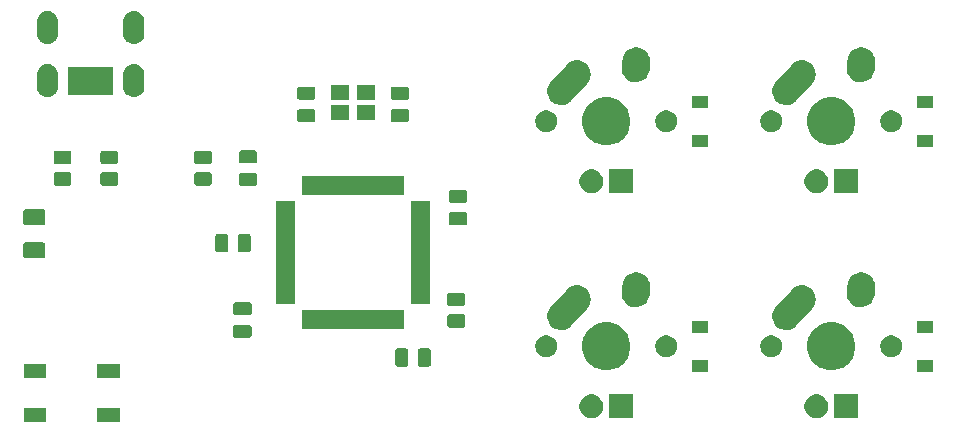
<source format=gbs>
G04 #@! TF.GenerationSoftware,KiCad,Pcbnew,(5.1.4)-1*
G04 #@! TF.CreationDate,2021-01-24T19:33:32+11:00*
G04 #@! TF.ProjectId,aio3 PCB guide,61696f33-2050-4434-9220-67756964652e,rev?*
G04 #@! TF.SameCoordinates,Original*
G04 #@! TF.FileFunction,Soldermask,Bot*
G04 #@! TF.FilePolarity,Negative*
%FSLAX46Y46*%
G04 Gerber Fmt 4.6, Leading zero omitted, Abs format (unit mm)*
G04 Created by KiCad (PCBNEW (5.1.4)-1) date 2021-01-24 19:33:32*
%MOMM*%
%LPD*%
G04 APERTURE LIST*
%ADD10C,0.100000*%
G04 APERTURE END LIST*
D10*
G36*
X85013500Y-79444750D02*
G01*
X83111500Y-79444750D01*
X83111500Y-78242750D01*
X85013500Y-78242750D01*
X85013500Y-79444750D01*
X85013500Y-79444750D01*
G37*
G36*
X78813500Y-79444750D02*
G01*
X76911500Y-79444750D01*
X76911500Y-78242750D01*
X78813500Y-78242750D01*
X78813500Y-79444750D01*
X78813500Y-79444750D01*
G37*
G36*
X144112675Y-77106988D02*
G01*
X144278960Y-77140063D01*
X144461586Y-77215709D01*
X144625944Y-77325530D01*
X144765720Y-77465306D01*
X144875541Y-77629664D01*
X144951187Y-77812290D01*
X144989750Y-78006164D01*
X144989750Y-78203836D01*
X144951187Y-78397710D01*
X144875541Y-78580336D01*
X144765720Y-78744694D01*
X144625944Y-78884470D01*
X144461586Y-78994291D01*
X144278960Y-79069937D01*
X144112675Y-79103012D01*
X144085087Y-79108500D01*
X143887413Y-79108500D01*
X143859825Y-79103012D01*
X143693540Y-79069937D01*
X143510914Y-78994291D01*
X143346556Y-78884470D01*
X143206780Y-78744694D01*
X143096959Y-78580336D01*
X143021313Y-78397710D01*
X142982750Y-78203836D01*
X142982750Y-78006164D01*
X143021313Y-77812290D01*
X143096959Y-77629664D01*
X143206780Y-77465306D01*
X143346556Y-77325530D01*
X143510914Y-77215709D01*
X143693540Y-77140063D01*
X143859825Y-77106988D01*
X143887413Y-77101500D01*
X144085087Y-77101500D01*
X144112675Y-77106988D01*
X144112675Y-77106988D01*
G37*
G36*
X128479750Y-79108500D02*
G01*
X126472750Y-79108500D01*
X126472750Y-77101500D01*
X128479750Y-77101500D01*
X128479750Y-79108500D01*
X128479750Y-79108500D01*
G37*
G36*
X125062675Y-77106988D02*
G01*
X125228960Y-77140063D01*
X125411586Y-77215709D01*
X125575944Y-77325530D01*
X125715720Y-77465306D01*
X125825541Y-77629664D01*
X125901187Y-77812290D01*
X125939750Y-78006164D01*
X125939750Y-78203836D01*
X125901187Y-78397710D01*
X125825541Y-78580336D01*
X125715720Y-78744694D01*
X125575944Y-78884470D01*
X125411586Y-78994291D01*
X125228960Y-79069937D01*
X125062675Y-79103012D01*
X125035087Y-79108500D01*
X124837413Y-79108500D01*
X124809825Y-79103012D01*
X124643540Y-79069937D01*
X124460914Y-78994291D01*
X124296556Y-78884470D01*
X124156780Y-78744694D01*
X124046959Y-78580336D01*
X123971313Y-78397710D01*
X123932750Y-78203836D01*
X123932750Y-78006164D01*
X123971313Y-77812290D01*
X124046959Y-77629664D01*
X124156780Y-77465306D01*
X124296556Y-77325530D01*
X124460914Y-77215709D01*
X124643540Y-77140063D01*
X124809825Y-77106988D01*
X124837413Y-77101500D01*
X125035087Y-77101500D01*
X125062675Y-77106988D01*
X125062675Y-77106988D01*
G37*
G36*
X147529750Y-79108500D02*
G01*
X145522750Y-79108500D01*
X145522750Y-77101500D01*
X147529750Y-77101500D01*
X147529750Y-79108500D01*
X147529750Y-79108500D01*
G37*
G36*
X85013500Y-75744750D02*
G01*
X83111500Y-75744750D01*
X83111500Y-74542750D01*
X85013500Y-74542750D01*
X85013500Y-75744750D01*
X85013500Y-75744750D01*
G37*
G36*
X78813500Y-75744750D02*
G01*
X76911500Y-75744750D01*
X76911500Y-74542750D01*
X78813500Y-74542750D01*
X78813500Y-75744750D01*
X78813500Y-75744750D01*
G37*
G36*
X134794750Y-75176000D02*
G01*
X133492750Y-75176000D01*
X133492750Y-74174000D01*
X134794750Y-74174000D01*
X134794750Y-75176000D01*
X134794750Y-75176000D01*
G37*
G36*
X153844750Y-75176000D02*
G01*
X152542750Y-75176000D01*
X152542750Y-74174000D01*
X153844750Y-74174000D01*
X153844750Y-75176000D01*
X153844750Y-75176000D01*
G37*
G36*
X145852724Y-71058684D02*
G01*
X146070724Y-71148983D01*
X146224873Y-71212833D01*
X146559798Y-71436623D01*
X146844627Y-71721452D01*
X147068417Y-72056377D01*
X147100812Y-72134586D01*
X147222566Y-72428526D01*
X147301150Y-72823594D01*
X147301150Y-73226406D01*
X147222566Y-73621474D01*
X147171701Y-73744272D01*
X147068417Y-73993623D01*
X146844627Y-74328548D01*
X146559798Y-74613377D01*
X146224873Y-74837167D01*
X146070724Y-74901017D01*
X145852724Y-74991316D01*
X145457656Y-75069900D01*
X145054844Y-75069900D01*
X144659776Y-74991316D01*
X144441776Y-74901017D01*
X144287627Y-74837167D01*
X143952702Y-74613377D01*
X143667873Y-74328548D01*
X143444083Y-73993623D01*
X143340799Y-73744272D01*
X143289934Y-73621474D01*
X143211350Y-73226406D01*
X143211350Y-72823594D01*
X143289934Y-72428526D01*
X143411688Y-72134586D01*
X143444083Y-72056377D01*
X143667873Y-71721452D01*
X143952702Y-71436623D01*
X144287627Y-71212833D01*
X144441776Y-71148983D01*
X144659776Y-71058684D01*
X145054844Y-70980100D01*
X145457656Y-70980100D01*
X145852724Y-71058684D01*
X145852724Y-71058684D01*
G37*
G36*
X126802724Y-71058684D02*
G01*
X127020724Y-71148983D01*
X127174873Y-71212833D01*
X127509798Y-71436623D01*
X127794627Y-71721452D01*
X128018417Y-72056377D01*
X128050812Y-72134586D01*
X128172566Y-72428526D01*
X128251150Y-72823594D01*
X128251150Y-73226406D01*
X128172566Y-73621474D01*
X128121701Y-73744272D01*
X128018417Y-73993623D01*
X127794627Y-74328548D01*
X127509798Y-74613377D01*
X127174873Y-74837167D01*
X127020724Y-74901017D01*
X126802724Y-74991316D01*
X126407656Y-75069900D01*
X126004844Y-75069900D01*
X125609776Y-74991316D01*
X125391776Y-74901017D01*
X125237627Y-74837167D01*
X124902702Y-74613377D01*
X124617873Y-74328548D01*
X124394083Y-73993623D01*
X124290799Y-73744272D01*
X124239934Y-73621474D01*
X124161350Y-73226406D01*
X124161350Y-72823594D01*
X124239934Y-72428526D01*
X124361688Y-72134586D01*
X124394083Y-72056377D01*
X124617873Y-71721452D01*
X124902702Y-71436623D01*
X125237627Y-71212833D01*
X125391776Y-71148983D01*
X125609776Y-71058684D01*
X126004844Y-70980100D01*
X126407656Y-70980100D01*
X126802724Y-71058684D01*
X126802724Y-71058684D01*
G37*
G36*
X111184434Y-73206186D02*
G01*
X111224284Y-73218274D01*
X111260999Y-73237899D01*
X111293186Y-73264314D01*
X111319601Y-73296501D01*
X111339226Y-73333216D01*
X111351314Y-73373066D01*
X111356000Y-73420641D01*
X111356000Y-74534359D01*
X111351314Y-74581934D01*
X111339226Y-74621784D01*
X111319601Y-74658499D01*
X111293186Y-74690686D01*
X111260999Y-74717101D01*
X111224284Y-74736726D01*
X111184434Y-74748814D01*
X111136859Y-74753500D01*
X110473141Y-74753500D01*
X110425566Y-74748814D01*
X110385716Y-74736726D01*
X110349001Y-74717101D01*
X110316814Y-74690686D01*
X110290399Y-74658499D01*
X110270774Y-74621784D01*
X110258686Y-74581934D01*
X110254000Y-74534359D01*
X110254000Y-73420641D01*
X110258686Y-73373066D01*
X110270774Y-73333216D01*
X110290399Y-73296501D01*
X110316814Y-73264314D01*
X110349001Y-73237899D01*
X110385716Y-73218274D01*
X110425566Y-73206186D01*
X110473141Y-73201500D01*
X111136859Y-73201500D01*
X111184434Y-73206186D01*
X111184434Y-73206186D01*
G37*
G36*
X109284434Y-73206186D02*
G01*
X109324284Y-73218274D01*
X109360999Y-73237899D01*
X109393186Y-73264314D01*
X109419601Y-73296501D01*
X109439226Y-73333216D01*
X109451314Y-73373066D01*
X109456000Y-73420641D01*
X109456000Y-74534359D01*
X109451314Y-74581934D01*
X109439226Y-74621784D01*
X109419601Y-74658499D01*
X109393186Y-74690686D01*
X109360999Y-74717101D01*
X109324284Y-74736726D01*
X109284434Y-74748814D01*
X109236859Y-74753500D01*
X108573141Y-74753500D01*
X108525566Y-74748814D01*
X108485716Y-74736726D01*
X108449001Y-74717101D01*
X108416814Y-74690686D01*
X108390399Y-74658499D01*
X108370774Y-74621784D01*
X108358686Y-74581934D01*
X108354000Y-74534359D01*
X108354000Y-73420641D01*
X108358686Y-73373066D01*
X108370774Y-73333216D01*
X108390399Y-73296501D01*
X108416814Y-73264314D01*
X108449001Y-73237899D01*
X108485716Y-73218274D01*
X108525566Y-73206186D01*
X108573141Y-73201500D01*
X109236859Y-73201500D01*
X109284434Y-73206186D01*
X109284434Y-73206186D01*
G37*
G36*
X121396354Y-72134585D02*
G01*
X121564876Y-72204389D01*
X121716541Y-72305728D01*
X121845522Y-72434709D01*
X121946861Y-72586374D01*
X122016665Y-72754896D01*
X122052250Y-72933797D01*
X122052250Y-73116203D01*
X122016665Y-73295104D01*
X121946861Y-73463626D01*
X121845522Y-73615291D01*
X121716541Y-73744272D01*
X121564876Y-73845611D01*
X121396354Y-73915415D01*
X121217453Y-73951000D01*
X121035047Y-73951000D01*
X120856146Y-73915415D01*
X120687624Y-73845611D01*
X120535959Y-73744272D01*
X120406978Y-73615291D01*
X120305639Y-73463626D01*
X120235835Y-73295104D01*
X120200250Y-73116203D01*
X120200250Y-72933797D01*
X120235835Y-72754896D01*
X120305639Y-72586374D01*
X120406978Y-72434709D01*
X120535959Y-72305728D01*
X120687624Y-72204389D01*
X120856146Y-72134585D01*
X121035047Y-72099000D01*
X121217453Y-72099000D01*
X121396354Y-72134585D01*
X121396354Y-72134585D01*
G37*
G36*
X131556354Y-72134585D02*
G01*
X131724876Y-72204389D01*
X131876541Y-72305728D01*
X132005522Y-72434709D01*
X132106861Y-72586374D01*
X132176665Y-72754896D01*
X132212250Y-72933797D01*
X132212250Y-73116203D01*
X132176665Y-73295104D01*
X132106861Y-73463626D01*
X132005522Y-73615291D01*
X131876541Y-73744272D01*
X131724876Y-73845611D01*
X131556354Y-73915415D01*
X131377453Y-73951000D01*
X131195047Y-73951000D01*
X131016146Y-73915415D01*
X130847624Y-73845611D01*
X130695959Y-73744272D01*
X130566978Y-73615291D01*
X130465639Y-73463626D01*
X130395835Y-73295104D01*
X130360250Y-73116203D01*
X130360250Y-72933797D01*
X130395835Y-72754896D01*
X130465639Y-72586374D01*
X130566978Y-72434709D01*
X130695959Y-72305728D01*
X130847624Y-72204389D01*
X131016146Y-72134585D01*
X131195047Y-72099000D01*
X131377453Y-72099000D01*
X131556354Y-72134585D01*
X131556354Y-72134585D01*
G37*
G36*
X140446354Y-72134585D02*
G01*
X140614876Y-72204389D01*
X140766541Y-72305728D01*
X140895522Y-72434709D01*
X140996861Y-72586374D01*
X141066665Y-72754896D01*
X141102250Y-72933797D01*
X141102250Y-73116203D01*
X141066665Y-73295104D01*
X140996861Y-73463626D01*
X140895522Y-73615291D01*
X140766541Y-73744272D01*
X140614876Y-73845611D01*
X140446354Y-73915415D01*
X140267453Y-73951000D01*
X140085047Y-73951000D01*
X139906146Y-73915415D01*
X139737624Y-73845611D01*
X139585959Y-73744272D01*
X139456978Y-73615291D01*
X139355639Y-73463626D01*
X139285835Y-73295104D01*
X139250250Y-73116203D01*
X139250250Y-72933797D01*
X139285835Y-72754896D01*
X139355639Y-72586374D01*
X139456978Y-72434709D01*
X139585959Y-72305728D01*
X139737624Y-72204389D01*
X139906146Y-72134585D01*
X140085047Y-72099000D01*
X140267453Y-72099000D01*
X140446354Y-72134585D01*
X140446354Y-72134585D01*
G37*
G36*
X150606354Y-72134585D02*
G01*
X150774876Y-72204389D01*
X150926541Y-72305728D01*
X151055522Y-72434709D01*
X151156861Y-72586374D01*
X151226665Y-72754896D01*
X151262250Y-72933797D01*
X151262250Y-73116203D01*
X151226665Y-73295104D01*
X151156861Y-73463626D01*
X151055522Y-73615291D01*
X150926541Y-73744272D01*
X150774876Y-73845611D01*
X150606354Y-73915415D01*
X150427453Y-73951000D01*
X150245047Y-73951000D01*
X150066146Y-73915415D01*
X149897624Y-73845611D01*
X149745959Y-73744272D01*
X149616978Y-73615291D01*
X149515639Y-73463626D01*
X149445835Y-73295104D01*
X149410250Y-73116203D01*
X149410250Y-72933797D01*
X149445835Y-72754896D01*
X149515639Y-72586374D01*
X149616978Y-72434709D01*
X149745959Y-72305728D01*
X149897624Y-72204389D01*
X150066146Y-72134585D01*
X150245047Y-72099000D01*
X150427453Y-72099000D01*
X150606354Y-72134585D01*
X150606354Y-72134585D01*
G37*
G36*
X96013184Y-71208686D02*
G01*
X96053034Y-71220774D01*
X96089749Y-71240399D01*
X96121936Y-71266814D01*
X96148351Y-71299001D01*
X96167976Y-71335716D01*
X96180064Y-71375566D01*
X96184750Y-71423141D01*
X96184750Y-72086859D01*
X96180064Y-72134434D01*
X96167976Y-72174284D01*
X96148351Y-72210999D01*
X96121936Y-72243186D01*
X96089749Y-72269601D01*
X96053034Y-72289226D01*
X96013184Y-72301314D01*
X95965609Y-72306000D01*
X94851891Y-72306000D01*
X94804316Y-72301314D01*
X94764466Y-72289226D01*
X94727751Y-72269601D01*
X94695564Y-72243186D01*
X94669149Y-72210999D01*
X94649524Y-72174284D01*
X94637436Y-72134434D01*
X94632750Y-72086859D01*
X94632750Y-71423141D01*
X94637436Y-71375566D01*
X94649524Y-71335716D01*
X94669149Y-71299001D01*
X94695564Y-71266814D01*
X94727751Y-71240399D01*
X94764466Y-71220774D01*
X94804316Y-71208686D01*
X94851891Y-71204000D01*
X95965609Y-71204000D01*
X96013184Y-71208686D01*
X96013184Y-71208686D01*
G37*
G36*
X134794750Y-71876000D02*
G01*
X133492750Y-71876000D01*
X133492750Y-70874000D01*
X134794750Y-70874000D01*
X134794750Y-71876000D01*
X134794750Y-71876000D01*
G37*
G36*
X153844750Y-71876000D02*
G01*
X152542750Y-71876000D01*
X152542750Y-70874000D01*
X153844750Y-70874000D01*
X153844750Y-71876000D01*
X153844750Y-71876000D01*
G37*
G36*
X142779455Y-67848881D02*
G01*
X142784895Y-67849000D01*
X142872078Y-67849000D01*
X142888347Y-67852236D01*
X142907206Y-67854515D01*
X142923782Y-67855246D01*
X143008473Y-67876010D01*
X143013768Y-67877184D01*
X143099277Y-67894193D01*
X143114612Y-67900545D01*
X143132651Y-67906455D01*
X143148771Y-67910407D01*
X143227754Y-67947280D01*
X143232744Y-67949477D01*
X143313295Y-67982842D01*
X143327091Y-67992060D01*
X143343643Y-68001382D01*
X143358676Y-68008400D01*
X143428944Y-68059971D01*
X143433442Y-68063122D01*
X143505906Y-68111541D01*
X143517633Y-68123268D01*
X143532059Y-68135648D01*
X143545429Y-68145461D01*
X143545430Y-68145462D01*
X143604271Y-68209733D01*
X143608079Y-68213714D01*
X143669709Y-68275344D01*
X143678924Y-68289135D01*
X143690646Y-68304078D01*
X143701855Y-68316321D01*
X143747049Y-68390874D01*
X143749996Y-68395501D01*
X143798408Y-68467955D01*
X143804755Y-68483277D01*
X143813342Y-68500231D01*
X143821941Y-68514417D01*
X143851728Y-68596368D01*
X143853702Y-68601448D01*
X143887057Y-68681973D01*
X143887057Y-68681974D01*
X143890291Y-68698233D01*
X143895408Y-68716542D01*
X143901075Y-68732134D01*
X143914305Y-68818345D01*
X143915251Y-68823713D01*
X143932250Y-68909173D01*
X143932250Y-68925752D01*
X143933694Y-68944692D01*
X143936213Y-68961104D01*
X143932370Y-69048249D01*
X143932250Y-69053689D01*
X143932250Y-69140825D01*
X143929016Y-69157083D01*
X143926738Y-69175941D01*
X143926006Y-69192531D01*
X143905238Y-69277237D01*
X143904062Y-69282537D01*
X143887057Y-69368027D01*
X143880707Y-69383357D01*
X143874799Y-69401393D01*
X143870845Y-69417520D01*
X143833961Y-69496526D01*
X143831761Y-69501523D01*
X143798408Y-69582045D01*
X143789194Y-69595835D01*
X143779872Y-69612387D01*
X143772852Y-69627424D01*
X143721261Y-69697720D01*
X143718116Y-69702210D01*
X143669711Y-69774654D01*
X143612710Y-69831655D01*
X143608061Y-69836563D01*
X143104072Y-70398260D01*
X142282973Y-71313376D01*
X142154929Y-71430602D01*
X142131590Y-71444750D01*
X141956833Y-71550689D01*
X141739116Y-71629823D01*
X141510145Y-71664961D01*
X141278720Y-71654754D01*
X141053731Y-71599593D01*
X140948977Y-71550689D01*
X140843829Y-71501602D01*
X140788560Y-71461039D01*
X140657073Y-71364539D01*
X140575158Y-71275064D01*
X140500648Y-71193679D01*
X140418814Y-71058685D01*
X140380561Y-70995583D01*
X140301427Y-70777866D01*
X140266289Y-70548895D01*
X140276496Y-70317470D01*
X140331657Y-70092481D01*
X140383222Y-69982028D01*
X140429648Y-69882580D01*
X140429650Y-69882577D01*
X140532364Y-69742622D01*
X141287495Y-68901027D01*
X141819037Y-68308621D01*
X141829931Y-68294589D01*
X141842789Y-68275346D01*
X141899823Y-68218312D01*
X141904473Y-68213403D01*
X141919528Y-68196624D01*
X141940951Y-68177011D01*
X141944932Y-68173203D01*
X142006596Y-68111539D01*
X142020393Y-68102320D01*
X142035352Y-68090585D01*
X142047571Y-68079398D01*
X142079635Y-68059961D01*
X142122080Y-68034231D01*
X142126671Y-68031308D01*
X142199205Y-67982842D01*
X142214550Y-67976486D01*
X142231498Y-67967901D01*
X142245666Y-67959312D01*
X142245667Y-67959312D01*
X142245668Y-67959311D01*
X142327562Y-67929545D01*
X142332660Y-67927563D01*
X142413223Y-67894193D01*
X142429502Y-67890955D01*
X142447792Y-67885844D01*
X142463385Y-67880177D01*
X142549550Y-67866954D01*
X142554913Y-67866009D01*
X142640423Y-67849000D01*
X142657016Y-67849000D01*
X142675959Y-67847555D01*
X142692356Y-67845039D01*
X142779455Y-67848881D01*
X142779455Y-67848881D01*
G37*
G36*
X123729455Y-67848881D02*
G01*
X123734895Y-67849000D01*
X123822078Y-67849000D01*
X123838347Y-67852236D01*
X123857206Y-67854515D01*
X123873782Y-67855246D01*
X123958473Y-67876010D01*
X123963768Y-67877184D01*
X124049277Y-67894193D01*
X124064612Y-67900545D01*
X124082651Y-67906455D01*
X124098771Y-67910407D01*
X124177754Y-67947280D01*
X124182744Y-67949477D01*
X124263295Y-67982842D01*
X124277091Y-67992060D01*
X124293643Y-68001382D01*
X124308676Y-68008400D01*
X124378944Y-68059971D01*
X124383442Y-68063122D01*
X124455906Y-68111541D01*
X124467633Y-68123268D01*
X124482059Y-68135648D01*
X124495429Y-68145461D01*
X124495430Y-68145462D01*
X124554271Y-68209733D01*
X124558079Y-68213714D01*
X124619709Y-68275344D01*
X124628924Y-68289135D01*
X124640646Y-68304078D01*
X124651855Y-68316321D01*
X124697049Y-68390874D01*
X124699996Y-68395501D01*
X124748408Y-68467955D01*
X124754755Y-68483277D01*
X124763342Y-68500231D01*
X124771941Y-68514417D01*
X124801728Y-68596368D01*
X124803702Y-68601448D01*
X124837057Y-68681973D01*
X124837057Y-68681974D01*
X124840291Y-68698233D01*
X124845408Y-68716542D01*
X124851075Y-68732134D01*
X124864305Y-68818345D01*
X124865251Y-68823713D01*
X124882250Y-68909173D01*
X124882250Y-68925752D01*
X124883694Y-68944692D01*
X124886213Y-68961104D01*
X124882370Y-69048249D01*
X124882250Y-69053689D01*
X124882250Y-69140825D01*
X124879016Y-69157083D01*
X124876738Y-69175941D01*
X124876006Y-69192531D01*
X124855238Y-69277237D01*
X124854062Y-69282537D01*
X124837057Y-69368027D01*
X124830707Y-69383357D01*
X124824799Y-69401393D01*
X124820845Y-69417520D01*
X124783961Y-69496526D01*
X124781761Y-69501523D01*
X124748408Y-69582045D01*
X124739194Y-69595835D01*
X124729872Y-69612387D01*
X124722852Y-69627424D01*
X124671261Y-69697720D01*
X124668116Y-69702210D01*
X124619711Y-69774654D01*
X124562710Y-69831655D01*
X124558061Y-69836563D01*
X124054072Y-70398260D01*
X123232973Y-71313376D01*
X123104929Y-71430602D01*
X123081590Y-71444750D01*
X122906833Y-71550689D01*
X122689116Y-71629823D01*
X122460145Y-71664961D01*
X122228720Y-71654754D01*
X122003731Y-71599593D01*
X121898977Y-71550689D01*
X121793829Y-71501602D01*
X121738560Y-71461039D01*
X121607073Y-71364539D01*
X121525158Y-71275064D01*
X121450648Y-71193679D01*
X121368814Y-71058685D01*
X121330561Y-70995583D01*
X121251427Y-70777866D01*
X121216289Y-70548895D01*
X121226496Y-70317470D01*
X121281657Y-70092481D01*
X121333222Y-69982028D01*
X121379648Y-69882580D01*
X121379650Y-69882577D01*
X121482364Y-69742622D01*
X122237495Y-68901027D01*
X122769037Y-68308621D01*
X122779931Y-68294589D01*
X122792789Y-68275346D01*
X122849823Y-68218312D01*
X122854473Y-68213403D01*
X122869528Y-68196624D01*
X122890951Y-68177011D01*
X122894932Y-68173203D01*
X122956596Y-68111539D01*
X122970393Y-68102320D01*
X122985352Y-68090585D01*
X122997571Y-68079398D01*
X123029635Y-68059961D01*
X123072080Y-68034231D01*
X123076671Y-68031308D01*
X123149205Y-67982842D01*
X123164550Y-67976486D01*
X123181498Y-67967901D01*
X123195666Y-67959312D01*
X123195667Y-67959312D01*
X123195668Y-67959311D01*
X123277562Y-67929545D01*
X123282660Y-67927563D01*
X123363223Y-67894193D01*
X123379502Y-67890955D01*
X123397792Y-67885844D01*
X123413385Y-67880177D01*
X123499550Y-67866954D01*
X123504913Y-67866009D01*
X123590423Y-67849000D01*
X123607016Y-67849000D01*
X123625959Y-67847555D01*
X123642356Y-67845039D01*
X123729455Y-67848881D01*
X123729455Y-67848881D01*
G37*
G36*
X109101000Y-71588500D02*
G01*
X100449000Y-71588500D01*
X100449000Y-69986500D01*
X109101000Y-69986500D01*
X109101000Y-71588500D01*
X109101000Y-71588500D01*
G37*
G36*
X114087412Y-70322394D02*
G01*
X114126858Y-70334360D01*
X114163203Y-70353787D01*
X114195065Y-70379935D01*
X114221213Y-70411797D01*
X114240640Y-70448142D01*
X114252606Y-70487588D01*
X114257250Y-70534743D01*
X114257250Y-71227757D01*
X114252606Y-71274912D01*
X114240640Y-71314358D01*
X114221213Y-71350703D01*
X114195065Y-71382565D01*
X114163203Y-71408713D01*
X114126858Y-71428140D01*
X114087412Y-71440106D01*
X114040257Y-71444750D01*
X112972243Y-71444750D01*
X112925088Y-71440106D01*
X112885642Y-71428140D01*
X112849297Y-71408713D01*
X112817435Y-71382565D01*
X112791287Y-71350703D01*
X112771860Y-71314358D01*
X112759894Y-71274912D01*
X112755250Y-71227757D01*
X112755250Y-70534743D01*
X112759894Y-70487588D01*
X112771860Y-70448142D01*
X112791287Y-70411797D01*
X112817435Y-70379935D01*
X112849297Y-70353787D01*
X112885642Y-70334360D01*
X112925088Y-70322394D01*
X112972243Y-70317750D01*
X114040257Y-70317750D01*
X114087412Y-70322394D01*
X114087412Y-70322394D01*
G37*
G36*
X96013184Y-69308686D02*
G01*
X96053034Y-69320774D01*
X96089749Y-69340399D01*
X96121936Y-69366814D01*
X96148351Y-69399001D01*
X96167976Y-69435716D01*
X96180064Y-69475566D01*
X96184750Y-69523141D01*
X96184750Y-70186859D01*
X96180064Y-70234434D01*
X96167976Y-70274284D01*
X96148351Y-70310999D01*
X96121936Y-70343186D01*
X96089749Y-70369601D01*
X96053034Y-70389226D01*
X96013184Y-70401314D01*
X95965609Y-70406000D01*
X94851891Y-70406000D01*
X94804316Y-70401314D01*
X94764466Y-70389226D01*
X94727751Y-70369601D01*
X94695564Y-70343186D01*
X94669149Y-70310999D01*
X94649524Y-70274284D01*
X94637436Y-70234434D01*
X94632750Y-70186859D01*
X94632750Y-69523141D01*
X94637436Y-69475566D01*
X94649524Y-69435716D01*
X94669149Y-69399001D01*
X94695564Y-69366814D01*
X94727751Y-69340399D01*
X94764466Y-69320774D01*
X94804316Y-69308686D01*
X94851891Y-69304000D01*
X95965609Y-69304000D01*
X96013184Y-69308686D01*
X96013184Y-69308686D01*
G37*
G36*
X128834377Y-66767261D02*
G01*
X128855150Y-66769000D01*
X128862077Y-66769000D01*
X128957004Y-66787882D01*
X128960598Y-66788542D01*
X129055980Y-66804624D01*
X129062453Y-66807085D01*
X129082478Y-66812841D01*
X129089277Y-66814193D01*
X129151664Y-66840034D01*
X129178693Y-66851230D01*
X129182094Y-66852581D01*
X129272505Y-66886961D01*
X129278377Y-66890640D01*
X129296886Y-66900187D01*
X129303295Y-66902842D01*
X129383813Y-66956642D01*
X129386804Y-66958578D01*
X129468807Y-67009959D01*
X129473834Y-67014700D01*
X129490146Y-67027691D01*
X129495902Y-67031537D01*
X129564360Y-67099995D01*
X129566939Y-67102499D01*
X129637340Y-67168889D01*
X129641345Y-67174519D01*
X129654809Y-67190444D01*
X129659709Y-67195344D01*
X129713494Y-67275839D01*
X129715541Y-67278807D01*
X129771630Y-67357645D01*
X129774464Y-67363958D01*
X129784558Y-67382193D01*
X129788408Y-67387955D01*
X129825470Y-67477430D01*
X129826874Y-67480685D01*
X129866515Y-67568973D01*
X129868065Y-67575725D01*
X129874402Y-67595562D01*
X129877057Y-67601973D01*
X129895942Y-67696917D01*
X129896688Y-67700401D01*
X129918348Y-67794751D01*
X129918348Y-67794754D01*
X129918550Y-67801654D01*
X129920897Y-67822370D01*
X129922250Y-67829174D01*
X129922250Y-67925986D01*
X129922303Y-67929584D01*
X129923438Y-67968277D01*
X129922545Y-67981225D01*
X129922250Y-67989797D01*
X129922250Y-68060826D01*
X129916331Y-68090585D01*
X129915854Y-68092979D01*
X129913750Y-68108750D01*
X129875488Y-68663545D01*
X129846626Y-68834730D01*
X129764288Y-69051255D01*
X129641291Y-69247557D01*
X129482361Y-69416090D01*
X129293605Y-69550380D01*
X129082277Y-69645265D01*
X128856499Y-69697098D01*
X128624948Y-69703889D01*
X128624947Y-69703889D01*
X128579262Y-69696186D01*
X128396520Y-69665376D01*
X128179995Y-69583038D01*
X127983693Y-69460041D01*
X127815160Y-69301111D01*
X127680870Y-69112355D01*
X127585985Y-68901027D01*
X127534152Y-68675249D01*
X127529062Y-68501723D01*
X127569954Y-67908794D01*
X127570250Y-67900196D01*
X127570250Y-67829175D01*
X127589132Y-67734250D01*
X127589794Y-67730645D01*
X127595481Y-67696917D01*
X127605874Y-67635270D01*
X127608335Y-67628799D01*
X127614092Y-67608767D01*
X127615443Y-67601974D01*
X127618093Y-67595576D01*
X127652514Y-67512476D01*
X127653803Y-67509230D01*
X127688212Y-67418745D01*
X127691886Y-67412881D01*
X127701437Y-67394365D01*
X127704092Y-67387955D01*
X127757907Y-67307415D01*
X127759827Y-67304449D01*
X127811209Y-67222443D01*
X127815961Y-67217404D01*
X127828939Y-67201107D01*
X127832787Y-67195348D01*
X127901243Y-67126892D01*
X127903796Y-67124262D01*
X127924273Y-67102548D01*
X127970139Y-67053910D01*
X127975771Y-67049903D01*
X127991697Y-67036438D01*
X127996596Y-67031539D01*
X128077074Y-66977766D01*
X128080056Y-66975710D01*
X128158895Y-66919620D01*
X128165205Y-66916787D01*
X128183444Y-66906691D01*
X128189201Y-66902844D01*
X128189204Y-66902843D01*
X128189205Y-66902842D01*
X128278679Y-66865781D01*
X128281937Y-66864375D01*
X128370223Y-66824735D01*
X128376975Y-66823185D01*
X128396812Y-66816848D01*
X128403223Y-66814193D01*
X128498149Y-66795311D01*
X128501696Y-66794551D01*
X128596001Y-66772901D01*
X128598380Y-66772831D01*
X128602915Y-66772698D01*
X128623631Y-66770351D01*
X128630424Y-66769000D01*
X128727209Y-66769000D01*
X128730834Y-66768947D01*
X128827552Y-66766110D01*
X128834377Y-66767261D01*
X128834377Y-66767261D01*
G37*
G36*
X147884377Y-66767261D02*
G01*
X147905150Y-66769000D01*
X147912077Y-66769000D01*
X148007004Y-66787882D01*
X148010598Y-66788542D01*
X148105980Y-66804624D01*
X148112453Y-66807085D01*
X148132478Y-66812841D01*
X148139277Y-66814193D01*
X148201664Y-66840034D01*
X148228693Y-66851230D01*
X148232094Y-66852581D01*
X148322505Y-66886961D01*
X148328377Y-66890640D01*
X148346886Y-66900187D01*
X148353295Y-66902842D01*
X148433813Y-66956642D01*
X148436804Y-66958578D01*
X148518807Y-67009959D01*
X148523834Y-67014700D01*
X148540146Y-67027691D01*
X148545902Y-67031537D01*
X148614360Y-67099995D01*
X148616939Y-67102499D01*
X148687340Y-67168889D01*
X148691345Y-67174519D01*
X148704809Y-67190444D01*
X148709709Y-67195344D01*
X148763494Y-67275839D01*
X148765541Y-67278807D01*
X148821630Y-67357645D01*
X148824464Y-67363958D01*
X148834558Y-67382193D01*
X148838408Y-67387955D01*
X148875470Y-67477430D01*
X148876874Y-67480685D01*
X148916515Y-67568973D01*
X148918065Y-67575725D01*
X148924402Y-67595562D01*
X148927057Y-67601973D01*
X148945942Y-67696917D01*
X148946688Y-67700401D01*
X148968348Y-67794751D01*
X148968348Y-67794754D01*
X148968550Y-67801654D01*
X148970897Y-67822370D01*
X148972250Y-67829174D01*
X148972250Y-67925986D01*
X148972303Y-67929584D01*
X148973438Y-67968277D01*
X148972545Y-67981225D01*
X148972250Y-67989797D01*
X148972250Y-68060826D01*
X148966331Y-68090585D01*
X148965854Y-68092979D01*
X148963750Y-68108750D01*
X148925488Y-68663545D01*
X148896626Y-68834730D01*
X148814288Y-69051255D01*
X148691291Y-69247557D01*
X148532361Y-69416090D01*
X148343605Y-69550380D01*
X148132277Y-69645265D01*
X147906499Y-69697098D01*
X147674948Y-69703889D01*
X147674947Y-69703889D01*
X147629262Y-69696186D01*
X147446520Y-69665376D01*
X147229995Y-69583038D01*
X147033693Y-69460041D01*
X146865160Y-69301111D01*
X146730870Y-69112355D01*
X146635985Y-68901027D01*
X146584152Y-68675249D01*
X146579062Y-68501723D01*
X146619954Y-67908794D01*
X146620250Y-67900196D01*
X146620250Y-67829175D01*
X146639132Y-67734250D01*
X146639794Y-67730645D01*
X146645481Y-67696917D01*
X146655874Y-67635270D01*
X146658335Y-67628799D01*
X146664092Y-67608767D01*
X146665443Y-67601974D01*
X146668093Y-67595576D01*
X146702514Y-67512476D01*
X146703803Y-67509230D01*
X146738212Y-67418745D01*
X146741886Y-67412881D01*
X146751437Y-67394365D01*
X146754092Y-67387955D01*
X146807907Y-67307415D01*
X146809827Y-67304449D01*
X146861209Y-67222443D01*
X146865961Y-67217404D01*
X146878939Y-67201107D01*
X146882787Y-67195348D01*
X146951243Y-67126892D01*
X146953796Y-67124262D01*
X146974273Y-67102548D01*
X147020139Y-67053910D01*
X147025771Y-67049903D01*
X147041697Y-67036438D01*
X147046596Y-67031539D01*
X147127074Y-66977766D01*
X147130056Y-66975710D01*
X147208895Y-66919620D01*
X147215205Y-66916787D01*
X147233444Y-66906691D01*
X147239201Y-66902844D01*
X147239204Y-66902843D01*
X147239205Y-66902842D01*
X147328679Y-66865781D01*
X147331937Y-66864375D01*
X147420223Y-66824735D01*
X147426975Y-66823185D01*
X147446812Y-66816848D01*
X147453223Y-66814193D01*
X147548149Y-66795311D01*
X147551696Y-66794551D01*
X147646001Y-66772901D01*
X147648380Y-66772831D01*
X147652915Y-66772698D01*
X147673631Y-66770351D01*
X147680424Y-66769000D01*
X147777209Y-66769000D01*
X147780834Y-66768947D01*
X147877552Y-66766110D01*
X147884377Y-66767261D01*
X147884377Y-66767261D01*
G37*
G36*
X114087412Y-68497394D02*
G01*
X114126858Y-68509360D01*
X114163203Y-68528787D01*
X114195065Y-68554935D01*
X114221213Y-68586797D01*
X114240640Y-68623142D01*
X114252606Y-68662588D01*
X114257250Y-68709743D01*
X114257250Y-69402757D01*
X114252606Y-69449912D01*
X114240640Y-69489358D01*
X114221213Y-69525703D01*
X114195065Y-69557565D01*
X114163203Y-69583713D01*
X114126858Y-69603140D01*
X114087412Y-69615106D01*
X114040257Y-69619750D01*
X112972243Y-69619750D01*
X112925088Y-69615106D01*
X112885642Y-69603140D01*
X112849297Y-69583713D01*
X112817435Y-69557565D01*
X112791287Y-69525703D01*
X112771860Y-69489358D01*
X112759894Y-69449912D01*
X112755250Y-69402757D01*
X112755250Y-68709743D01*
X112759894Y-68662588D01*
X112771860Y-68623142D01*
X112791287Y-68586797D01*
X112817435Y-68554935D01*
X112849297Y-68528787D01*
X112885642Y-68509360D01*
X112925088Y-68497394D01*
X112972243Y-68492750D01*
X114040257Y-68492750D01*
X114087412Y-68497394D01*
X114087412Y-68497394D01*
G37*
G36*
X111276000Y-69413500D02*
G01*
X109674000Y-69413500D01*
X109674000Y-60761500D01*
X111276000Y-60761500D01*
X111276000Y-69413500D01*
X111276000Y-69413500D01*
G37*
G36*
X99876000Y-69413500D02*
G01*
X98274000Y-69413500D01*
X98274000Y-60761500D01*
X99876000Y-60761500D01*
X99876000Y-69413500D01*
X99876000Y-69413500D01*
G37*
G36*
X78556104Y-64228347D02*
G01*
X78592644Y-64239432D01*
X78626321Y-64257433D01*
X78655841Y-64281659D01*
X78680067Y-64311179D01*
X78698068Y-64344856D01*
X78709153Y-64381396D01*
X78713500Y-64425538D01*
X78713500Y-65374462D01*
X78709153Y-65418604D01*
X78698068Y-65455144D01*
X78680067Y-65488821D01*
X78655841Y-65518341D01*
X78626321Y-65542567D01*
X78592644Y-65560568D01*
X78556104Y-65571653D01*
X78511962Y-65576000D01*
X77063038Y-65576000D01*
X77018896Y-65571653D01*
X76982356Y-65560568D01*
X76948679Y-65542567D01*
X76919159Y-65518341D01*
X76894933Y-65488821D01*
X76876932Y-65455144D01*
X76865847Y-65418604D01*
X76861500Y-65374462D01*
X76861500Y-64425538D01*
X76865847Y-64381396D01*
X76876932Y-64344856D01*
X76894933Y-64311179D01*
X76919159Y-64281659D01*
X76948679Y-64257433D01*
X76982356Y-64239432D01*
X77018896Y-64228347D01*
X77063038Y-64224000D01*
X78511962Y-64224000D01*
X78556104Y-64228347D01*
X78556104Y-64228347D01*
G37*
G36*
X94044434Y-63522436D02*
G01*
X94084284Y-63534524D01*
X94120999Y-63554149D01*
X94153186Y-63580564D01*
X94179601Y-63612751D01*
X94199226Y-63649466D01*
X94211314Y-63689316D01*
X94216000Y-63736891D01*
X94216000Y-64850609D01*
X94211314Y-64898184D01*
X94199226Y-64938034D01*
X94179601Y-64974749D01*
X94153186Y-65006936D01*
X94120999Y-65033351D01*
X94084284Y-65052976D01*
X94044434Y-65065064D01*
X93996859Y-65069750D01*
X93333141Y-65069750D01*
X93285566Y-65065064D01*
X93245716Y-65052976D01*
X93209001Y-65033351D01*
X93176814Y-65006936D01*
X93150399Y-64974749D01*
X93130774Y-64938034D01*
X93118686Y-64898184D01*
X93114000Y-64850609D01*
X93114000Y-63736891D01*
X93118686Y-63689316D01*
X93130774Y-63649466D01*
X93150399Y-63612751D01*
X93176814Y-63580564D01*
X93209001Y-63554149D01*
X93245716Y-63534524D01*
X93285566Y-63522436D01*
X93333141Y-63517750D01*
X93996859Y-63517750D01*
X94044434Y-63522436D01*
X94044434Y-63522436D01*
G37*
G36*
X95944434Y-63522436D02*
G01*
X95984284Y-63534524D01*
X96020999Y-63554149D01*
X96053186Y-63580564D01*
X96079601Y-63612751D01*
X96099226Y-63649466D01*
X96111314Y-63689316D01*
X96116000Y-63736891D01*
X96116000Y-64850609D01*
X96111314Y-64898184D01*
X96099226Y-64938034D01*
X96079601Y-64974749D01*
X96053186Y-65006936D01*
X96020999Y-65033351D01*
X95984284Y-65052976D01*
X95944434Y-65065064D01*
X95896859Y-65069750D01*
X95233141Y-65069750D01*
X95185566Y-65065064D01*
X95145716Y-65052976D01*
X95109001Y-65033351D01*
X95076814Y-65006936D01*
X95050399Y-64974749D01*
X95030774Y-64938034D01*
X95018686Y-64898184D01*
X95014000Y-64850609D01*
X95014000Y-63736891D01*
X95018686Y-63689316D01*
X95030774Y-63649466D01*
X95050399Y-63612751D01*
X95076814Y-63580564D01*
X95109001Y-63554149D01*
X95145716Y-63534524D01*
X95185566Y-63522436D01*
X95233141Y-63517750D01*
X95896859Y-63517750D01*
X95944434Y-63522436D01*
X95944434Y-63522436D01*
G37*
G36*
X114269434Y-61681186D02*
G01*
X114309284Y-61693274D01*
X114345999Y-61712899D01*
X114378186Y-61739314D01*
X114404601Y-61771501D01*
X114424226Y-61808216D01*
X114436314Y-61848066D01*
X114441000Y-61895641D01*
X114441000Y-62559359D01*
X114436314Y-62606934D01*
X114424226Y-62646784D01*
X114404601Y-62683499D01*
X114378186Y-62715686D01*
X114345999Y-62742101D01*
X114309284Y-62761726D01*
X114269434Y-62773814D01*
X114221859Y-62778500D01*
X113108141Y-62778500D01*
X113060566Y-62773814D01*
X113020716Y-62761726D01*
X112984001Y-62742101D01*
X112951814Y-62715686D01*
X112925399Y-62683499D01*
X112905774Y-62646784D01*
X112893686Y-62606934D01*
X112889000Y-62559359D01*
X112889000Y-61895641D01*
X112893686Y-61848066D01*
X112905774Y-61808216D01*
X112925399Y-61771501D01*
X112951814Y-61739314D01*
X112984001Y-61712899D01*
X113020716Y-61693274D01*
X113060566Y-61681186D01*
X113108141Y-61676500D01*
X114221859Y-61676500D01*
X114269434Y-61681186D01*
X114269434Y-61681186D01*
G37*
G36*
X78556104Y-61428347D02*
G01*
X78592644Y-61439432D01*
X78626321Y-61457433D01*
X78655841Y-61481659D01*
X78680067Y-61511179D01*
X78698068Y-61544856D01*
X78709153Y-61581396D01*
X78713500Y-61625538D01*
X78713500Y-62574462D01*
X78709153Y-62618604D01*
X78698068Y-62655144D01*
X78680067Y-62688821D01*
X78655841Y-62718341D01*
X78626321Y-62742567D01*
X78592644Y-62760568D01*
X78556104Y-62771653D01*
X78511962Y-62776000D01*
X77063038Y-62776000D01*
X77018896Y-62771653D01*
X76982356Y-62760568D01*
X76948679Y-62742567D01*
X76919159Y-62718341D01*
X76894933Y-62688821D01*
X76876932Y-62655144D01*
X76865847Y-62618604D01*
X76861500Y-62574462D01*
X76861500Y-61625538D01*
X76865847Y-61581396D01*
X76876932Y-61544856D01*
X76894933Y-61511179D01*
X76919159Y-61481659D01*
X76948679Y-61457433D01*
X76982356Y-61439432D01*
X77018896Y-61428347D01*
X77063038Y-61424000D01*
X78511962Y-61424000D01*
X78556104Y-61428347D01*
X78556104Y-61428347D01*
G37*
G36*
X114269434Y-59781186D02*
G01*
X114309284Y-59793274D01*
X114345999Y-59812899D01*
X114378186Y-59839314D01*
X114404601Y-59871501D01*
X114424226Y-59908216D01*
X114436314Y-59948066D01*
X114441000Y-59995641D01*
X114441000Y-60659359D01*
X114436314Y-60706934D01*
X114424226Y-60746784D01*
X114404601Y-60783499D01*
X114378186Y-60815686D01*
X114345999Y-60842101D01*
X114309284Y-60861726D01*
X114269434Y-60873814D01*
X114221859Y-60878500D01*
X113108141Y-60878500D01*
X113060566Y-60873814D01*
X113020716Y-60861726D01*
X112984001Y-60842101D01*
X112951814Y-60815686D01*
X112925399Y-60783499D01*
X112905774Y-60746784D01*
X112893686Y-60706934D01*
X112889000Y-60659359D01*
X112889000Y-59995641D01*
X112893686Y-59948066D01*
X112905774Y-59908216D01*
X112925399Y-59871501D01*
X112951814Y-59839314D01*
X112984001Y-59812899D01*
X113020716Y-59793274D01*
X113060566Y-59781186D01*
X113108141Y-59776500D01*
X114221859Y-59776500D01*
X114269434Y-59781186D01*
X114269434Y-59781186D01*
G37*
G36*
X109101000Y-60188500D02*
G01*
X100449000Y-60188500D01*
X100449000Y-58586500D01*
X109101000Y-58586500D01*
X109101000Y-60188500D01*
X109101000Y-60188500D01*
G37*
G36*
X147529750Y-60058500D02*
G01*
X145522750Y-60058500D01*
X145522750Y-58051500D01*
X147529750Y-58051500D01*
X147529750Y-60058500D01*
X147529750Y-60058500D01*
G37*
G36*
X125062675Y-58056988D02*
G01*
X125228960Y-58090063D01*
X125411586Y-58165709D01*
X125575944Y-58275530D01*
X125715720Y-58415306D01*
X125825541Y-58579664D01*
X125901187Y-58762290D01*
X125939750Y-58956164D01*
X125939750Y-59153836D01*
X125901187Y-59347710D01*
X125825541Y-59530336D01*
X125715720Y-59694694D01*
X125575944Y-59834470D01*
X125411586Y-59944291D01*
X125228960Y-60019937D01*
X125062675Y-60053012D01*
X125035087Y-60058500D01*
X124837413Y-60058500D01*
X124809825Y-60053012D01*
X124643540Y-60019937D01*
X124460914Y-59944291D01*
X124296556Y-59834470D01*
X124156780Y-59694694D01*
X124046959Y-59530336D01*
X123971313Y-59347710D01*
X123932750Y-59153836D01*
X123932750Y-58956164D01*
X123971313Y-58762290D01*
X124046959Y-58579664D01*
X124156780Y-58415306D01*
X124296556Y-58275530D01*
X124460914Y-58165709D01*
X124643540Y-58090063D01*
X124809825Y-58056988D01*
X124837413Y-58051500D01*
X125035087Y-58051500D01*
X125062675Y-58056988D01*
X125062675Y-58056988D01*
G37*
G36*
X144112675Y-58056988D02*
G01*
X144278960Y-58090063D01*
X144461586Y-58165709D01*
X144625944Y-58275530D01*
X144765720Y-58415306D01*
X144875541Y-58579664D01*
X144951187Y-58762290D01*
X144989750Y-58956164D01*
X144989750Y-59153836D01*
X144951187Y-59347710D01*
X144875541Y-59530336D01*
X144765720Y-59694694D01*
X144625944Y-59834470D01*
X144461586Y-59944291D01*
X144278960Y-60019937D01*
X144112675Y-60053012D01*
X144085087Y-60058500D01*
X143887413Y-60058500D01*
X143859825Y-60053012D01*
X143693540Y-60019937D01*
X143510914Y-59944291D01*
X143346556Y-59834470D01*
X143206780Y-59694694D01*
X143096959Y-59530336D01*
X143021313Y-59347710D01*
X142982750Y-59153836D01*
X142982750Y-58956164D01*
X143021313Y-58762290D01*
X143096959Y-58579664D01*
X143206780Y-58415306D01*
X143346556Y-58275530D01*
X143510914Y-58165709D01*
X143693540Y-58090063D01*
X143859825Y-58056988D01*
X143887413Y-58051500D01*
X144085087Y-58051500D01*
X144112675Y-58056988D01*
X144112675Y-58056988D01*
G37*
G36*
X128479750Y-60058500D02*
G01*
X126472750Y-60058500D01*
X126472750Y-58051500D01*
X128479750Y-58051500D01*
X128479750Y-60058500D01*
X128479750Y-60058500D01*
G37*
G36*
X96489434Y-58347436D02*
G01*
X96529284Y-58359524D01*
X96565999Y-58379149D01*
X96598186Y-58405564D01*
X96624601Y-58437751D01*
X96644226Y-58474466D01*
X96656314Y-58514316D01*
X96661000Y-58561891D01*
X96661000Y-59225609D01*
X96656314Y-59273184D01*
X96644226Y-59313034D01*
X96624601Y-59349749D01*
X96598186Y-59381936D01*
X96565999Y-59408351D01*
X96529284Y-59427976D01*
X96489434Y-59440064D01*
X96441859Y-59444750D01*
X95328141Y-59444750D01*
X95280566Y-59440064D01*
X95240716Y-59427976D01*
X95204001Y-59408351D01*
X95171814Y-59381936D01*
X95145399Y-59349749D01*
X95125774Y-59313034D01*
X95113686Y-59273184D01*
X95109000Y-59225609D01*
X95109000Y-58561891D01*
X95113686Y-58514316D01*
X95125774Y-58474466D01*
X95145399Y-58437751D01*
X95171814Y-58405564D01*
X95204001Y-58379149D01*
X95240716Y-58359524D01*
X95280566Y-58347436D01*
X95328141Y-58342750D01*
X96441859Y-58342750D01*
X96489434Y-58347436D01*
X96489434Y-58347436D01*
G37*
G36*
X84718662Y-58297394D02*
G01*
X84758108Y-58309360D01*
X84794453Y-58328787D01*
X84826315Y-58354935D01*
X84852463Y-58386797D01*
X84871890Y-58423142D01*
X84883856Y-58462588D01*
X84888500Y-58509743D01*
X84888500Y-59202757D01*
X84883856Y-59249912D01*
X84871890Y-59289358D01*
X84852463Y-59325703D01*
X84826315Y-59357565D01*
X84794453Y-59383713D01*
X84758108Y-59403140D01*
X84718662Y-59415106D01*
X84671507Y-59419750D01*
X83603493Y-59419750D01*
X83556338Y-59415106D01*
X83516892Y-59403140D01*
X83480547Y-59383713D01*
X83448685Y-59357565D01*
X83422537Y-59325703D01*
X83403110Y-59289358D01*
X83391144Y-59249912D01*
X83386500Y-59202757D01*
X83386500Y-58509743D01*
X83391144Y-58462588D01*
X83403110Y-58423142D01*
X83422537Y-58386797D01*
X83448685Y-58354935D01*
X83480547Y-58328787D01*
X83516892Y-58309360D01*
X83556338Y-58297394D01*
X83603493Y-58292750D01*
X84671507Y-58292750D01*
X84718662Y-58297394D01*
X84718662Y-58297394D01*
G37*
G36*
X92656162Y-58297394D02*
G01*
X92695608Y-58309360D01*
X92731953Y-58328787D01*
X92763815Y-58354935D01*
X92789963Y-58386797D01*
X92809390Y-58423142D01*
X92821356Y-58462588D01*
X92826000Y-58509743D01*
X92826000Y-59202757D01*
X92821356Y-59249912D01*
X92809390Y-59289358D01*
X92789963Y-59325703D01*
X92763815Y-59357565D01*
X92731953Y-59383713D01*
X92695608Y-59403140D01*
X92656162Y-59415106D01*
X92609007Y-59419750D01*
X91540993Y-59419750D01*
X91493838Y-59415106D01*
X91454392Y-59403140D01*
X91418047Y-59383713D01*
X91386185Y-59357565D01*
X91360037Y-59325703D01*
X91340610Y-59289358D01*
X91328644Y-59249912D01*
X91324000Y-59202757D01*
X91324000Y-58509743D01*
X91328644Y-58462588D01*
X91340610Y-58423142D01*
X91360037Y-58386797D01*
X91386185Y-58354935D01*
X91418047Y-58328787D01*
X91454392Y-58309360D01*
X91493838Y-58297394D01*
X91540993Y-58292750D01*
X92609007Y-58292750D01*
X92656162Y-58297394D01*
X92656162Y-58297394D01*
G37*
G36*
X80749912Y-58297394D02*
G01*
X80789358Y-58309360D01*
X80825703Y-58328787D01*
X80857565Y-58354935D01*
X80883713Y-58386797D01*
X80903140Y-58423142D01*
X80915106Y-58462588D01*
X80919750Y-58509743D01*
X80919750Y-59202757D01*
X80915106Y-59249912D01*
X80903140Y-59289358D01*
X80883713Y-59325703D01*
X80857565Y-59357565D01*
X80825703Y-59383713D01*
X80789358Y-59403140D01*
X80749912Y-59415106D01*
X80702757Y-59419750D01*
X79634743Y-59419750D01*
X79587588Y-59415106D01*
X79548142Y-59403140D01*
X79511797Y-59383713D01*
X79479935Y-59357565D01*
X79453787Y-59325703D01*
X79434360Y-59289358D01*
X79422394Y-59249912D01*
X79417750Y-59202757D01*
X79417750Y-58509743D01*
X79422394Y-58462588D01*
X79434360Y-58423142D01*
X79453787Y-58386797D01*
X79479935Y-58354935D01*
X79511797Y-58328787D01*
X79548142Y-58309360D01*
X79587588Y-58297394D01*
X79634743Y-58292750D01*
X80702757Y-58292750D01*
X80749912Y-58297394D01*
X80749912Y-58297394D01*
G37*
G36*
X92656162Y-56472394D02*
G01*
X92695608Y-56484360D01*
X92731953Y-56503787D01*
X92763815Y-56529935D01*
X92789963Y-56561797D01*
X92809390Y-56598142D01*
X92821356Y-56637588D01*
X92826000Y-56684743D01*
X92826000Y-57377757D01*
X92821356Y-57424912D01*
X92809390Y-57464358D01*
X92789963Y-57500703D01*
X92763815Y-57532565D01*
X92731953Y-57558713D01*
X92695608Y-57578140D01*
X92656162Y-57590106D01*
X92609007Y-57594750D01*
X91540993Y-57594750D01*
X91493838Y-57590106D01*
X91454392Y-57578140D01*
X91418047Y-57558713D01*
X91386185Y-57532565D01*
X91360037Y-57500703D01*
X91340610Y-57464358D01*
X91328644Y-57424912D01*
X91324000Y-57377757D01*
X91324000Y-56684743D01*
X91328644Y-56637588D01*
X91340610Y-56598142D01*
X91360037Y-56561797D01*
X91386185Y-56529935D01*
X91418047Y-56503787D01*
X91454392Y-56484360D01*
X91493838Y-56472394D01*
X91540993Y-56467750D01*
X92609007Y-56467750D01*
X92656162Y-56472394D01*
X92656162Y-56472394D01*
G37*
G36*
X84718662Y-56472394D02*
G01*
X84758108Y-56484360D01*
X84794453Y-56503787D01*
X84826315Y-56529935D01*
X84852463Y-56561797D01*
X84871890Y-56598142D01*
X84883856Y-56637588D01*
X84888500Y-56684743D01*
X84888500Y-57377757D01*
X84883856Y-57424912D01*
X84871890Y-57464358D01*
X84852463Y-57500703D01*
X84826315Y-57532565D01*
X84794453Y-57558713D01*
X84758108Y-57578140D01*
X84718662Y-57590106D01*
X84671507Y-57594750D01*
X83603493Y-57594750D01*
X83556338Y-57590106D01*
X83516892Y-57578140D01*
X83480547Y-57558713D01*
X83448685Y-57532565D01*
X83422537Y-57500703D01*
X83403110Y-57464358D01*
X83391144Y-57424912D01*
X83386500Y-57377757D01*
X83386500Y-56684743D01*
X83391144Y-56637588D01*
X83403110Y-56598142D01*
X83422537Y-56561797D01*
X83448685Y-56529935D01*
X83480547Y-56503787D01*
X83516892Y-56484360D01*
X83556338Y-56472394D01*
X83603493Y-56467750D01*
X84671507Y-56467750D01*
X84718662Y-56472394D01*
X84718662Y-56472394D01*
G37*
G36*
X80749912Y-56472394D02*
G01*
X80789358Y-56484360D01*
X80825703Y-56503787D01*
X80857565Y-56529935D01*
X80883713Y-56561797D01*
X80903140Y-56598142D01*
X80915106Y-56637588D01*
X80919750Y-56684743D01*
X80919750Y-57377757D01*
X80915106Y-57424912D01*
X80903140Y-57464358D01*
X80883713Y-57500703D01*
X80857565Y-57532565D01*
X80825703Y-57558713D01*
X80789358Y-57578140D01*
X80749912Y-57590106D01*
X80702757Y-57594750D01*
X79634743Y-57594750D01*
X79587588Y-57590106D01*
X79548142Y-57578140D01*
X79511797Y-57558713D01*
X79479935Y-57532565D01*
X79453787Y-57500703D01*
X79434360Y-57464358D01*
X79422394Y-57424912D01*
X79417750Y-57377757D01*
X79417750Y-56684743D01*
X79422394Y-56637588D01*
X79434360Y-56598142D01*
X79453787Y-56561797D01*
X79479935Y-56529935D01*
X79511797Y-56503787D01*
X79548142Y-56484360D01*
X79587588Y-56472394D01*
X79634743Y-56467750D01*
X80702757Y-56467750D01*
X80749912Y-56472394D01*
X80749912Y-56472394D01*
G37*
G36*
X96489434Y-56447436D02*
G01*
X96529284Y-56459524D01*
X96565999Y-56479149D01*
X96598186Y-56505564D01*
X96624601Y-56537751D01*
X96644226Y-56574466D01*
X96656314Y-56614316D01*
X96661000Y-56661891D01*
X96661000Y-57325609D01*
X96656314Y-57373184D01*
X96644226Y-57413034D01*
X96624601Y-57449749D01*
X96598186Y-57481936D01*
X96565999Y-57508351D01*
X96529284Y-57527976D01*
X96489434Y-57540064D01*
X96441859Y-57544750D01*
X95328141Y-57544750D01*
X95280566Y-57540064D01*
X95240716Y-57527976D01*
X95204001Y-57508351D01*
X95171814Y-57481936D01*
X95145399Y-57449749D01*
X95125774Y-57413034D01*
X95113686Y-57373184D01*
X95109000Y-57325609D01*
X95109000Y-56661891D01*
X95113686Y-56614316D01*
X95125774Y-56574466D01*
X95145399Y-56537751D01*
X95171814Y-56505564D01*
X95204001Y-56479149D01*
X95240716Y-56459524D01*
X95280566Y-56447436D01*
X95328141Y-56442750D01*
X96441859Y-56442750D01*
X96489434Y-56447436D01*
X96489434Y-56447436D01*
G37*
G36*
X153844750Y-56126000D02*
G01*
X152542750Y-56126000D01*
X152542750Y-55124000D01*
X153844750Y-55124000D01*
X153844750Y-56126000D01*
X153844750Y-56126000D01*
G37*
G36*
X134794750Y-56126000D02*
G01*
X133492750Y-56126000D01*
X133492750Y-55124000D01*
X134794750Y-55124000D01*
X134794750Y-56126000D01*
X134794750Y-56126000D01*
G37*
G36*
X145852724Y-52008684D02*
G01*
X146069124Y-52098320D01*
X146224873Y-52162833D01*
X146559798Y-52386623D01*
X146844627Y-52671452D01*
X147068417Y-53006377D01*
X147129725Y-53154389D01*
X147222566Y-53378526D01*
X147301150Y-53773594D01*
X147301150Y-54176406D01*
X147222566Y-54571474D01*
X147171701Y-54694272D01*
X147068417Y-54943623D01*
X146844627Y-55278548D01*
X146559798Y-55563377D01*
X146224873Y-55787167D01*
X146070724Y-55851017D01*
X145852724Y-55941316D01*
X145457656Y-56019900D01*
X145054844Y-56019900D01*
X144659776Y-55941316D01*
X144441776Y-55851017D01*
X144287627Y-55787167D01*
X143952702Y-55563377D01*
X143667873Y-55278548D01*
X143444083Y-54943623D01*
X143340799Y-54694272D01*
X143289934Y-54571474D01*
X143211350Y-54176406D01*
X143211350Y-53773594D01*
X143289934Y-53378526D01*
X143382775Y-53154389D01*
X143444083Y-53006377D01*
X143667873Y-52671452D01*
X143952702Y-52386623D01*
X144287627Y-52162833D01*
X144443376Y-52098320D01*
X144659776Y-52008684D01*
X145054844Y-51930100D01*
X145457656Y-51930100D01*
X145852724Y-52008684D01*
X145852724Y-52008684D01*
G37*
G36*
X126802724Y-52008684D02*
G01*
X127019124Y-52098320D01*
X127174873Y-52162833D01*
X127509798Y-52386623D01*
X127794627Y-52671452D01*
X128018417Y-53006377D01*
X128079725Y-53154389D01*
X128172566Y-53378526D01*
X128251150Y-53773594D01*
X128251150Y-54176406D01*
X128172566Y-54571474D01*
X128121701Y-54694272D01*
X128018417Y-54943623D01*
X127794627Y-55278548D01*
X127509798Y-55563377D01*
X127174873Y-55787167D01*
X127020724Y-55851017D01*
X126802724Y-55941316D01*
X126407656Y-56019900D01*
X126004844Y-56019900D01*
X125609776Y-55941316D01*
X125391776Y-55851017D01*
X125237627Y-55787167D01*
X124902702Y-55563377D01*
X124617873Y-55278548D01*
X124394083Y-54943623D01*
X124290799Y-54694272D01*
X124239934Y-54571474D01*
X124161350Y-54176406D01*
X124161350Y-53773594D01*
X124239934Y-53378526D01*
X124332775Y-53154389D01*
X124394083Y-53006377D01*
X124617873Y-52671452D01*
X124902702Y-52386623D01*
X125237627Y-52162833D01*
X125393376Y-52098320D01*
X125609776Y-52008684D01*
X126004844Y-51930100D01*
X126407656Y-51930100D01*
X126802724Y-52008684D01*
X126802724Y-52008684D01*
G37*
G36*
X121396354Y-53084585D02*
G01*
X121564876Y-53154389D01*
X121716541Y-53255728D01*
X121845522Y-53384709D01*
X121946861Y-53536374D01*
X122016665Y-53704896D01*
X122052250Y-53883797D01*
X122052250Y-54066203D01*
X122016665Y-54245104D01*
X121946861Y-54413626D01*
X121845522Y-54565291D01*
X121716541Y-54694272D01*
X121564876Y-54795611D01*
X121396354Y-54865415D01*
X121217453Y-54901000D01*
X121035047Y-54901000D01*
X120856146Y-54865415D01*
X120687624Y-54795611D01*
X120535959Y-54694272D01*
X120406978Y-54565291D01*
X120305639Y-54413626D01*
X120235835Y-54245104D01*
X120200250Y-54066203D01*
X120200250Y-53883797D01*
X120235835Y-53704896D01*
X120305639Y-53536374D01*
X120406978Y-53384709D01*
X120535959Y-53255728D01*
X120687624Y-53154389D01*
X120856146Y-53084585D01*
X121035047Y-53049000D01*
X121217453Y-53049000D01*
X121396354Y-53084585D01*
X121396354Y-53084585D01*
G37*
G36*
X131556354Y-53084585D02*
G01*
X131724876Y-53154389D01*
X131876541Y-53255728D01*
X132005522Y-53384709D01*
X132106861Y-53536374D01*
X132176665Y-53704896D01*
X132212250Y-53883797D01*
X132212250Y-54066203D01*
X132176665Y-54245104D01*
X132106861Y-54413626D01*
X132005522Y-54565291D01*
X131876541Y-54694272D01*
X131724876Y-54795611D01*
X131556354Y-54865415D01*
X131377453Y-54901000D01*
X131195047Y-54901000D01*
X131016146Y-54865415D01*
X130847624Y-54795611D01*
X130695959Y-54694272D01*
X130566978Y-54565291D01*
X130465639Y-54413626D01*
X130395835Y-54245104D01*
X130360250Y-54066203D01*
X130360250Y-53883797D01*
X130395835Y-53704896D01*
X130465639Y-53536374D01*
X130566978Y-53384709D01*
X130695959Y-53255728D01*
X130847624Y-53154389D01*
X131016146Y-53084585D01*
X131195047Y-53049000D01*
X131377453Y-53049000D01*
X131556354Y-53084585D01*
X131556354Y-53084585D01*
G37*
G36*
X140446354Y-53084585D02*
G01*
X140614876Y-53154389D01*
X140766541Y-53255728D01*
X140895522Y-53384709D01*
X140996861Y-53536374D01*
X141066665Y-53704896D01*
X141102250Y-53883797D01*
X141102250Y-54066203D01*
X141066665Y-54245104D01*
X140996861Y-54413626D01*
X140895522Y-54565291D01*
X140766541Y-54694272D01*
X140614876Y-54795611D01*
X140446354Y-54865415D01*
X140267453Y-54901000D01*
X140085047Y-54901000D01*
X139906146Y-54865415D01*
X139737624Y-54795611D01*
X139585959Y-54694272D01*
X139456978Y-54565291D01*
X139355639Y-54413626D01*
X139285835Y-54245104D01*
X139250250Y-54066203D01*
X139250250Y-53883797D01*
X139285835Y-53704896D01*
X139355639Y-53536374D01*
X139456978Y-53384709D01*
X139585959Y-53255728D01*
X139737624Y-53154389D01*
X139906146Y-53084585D01*
X140085047Y-53049000D01*
X140267453Y-53049000D01*
X140446354Y-53084585D01*
X140446354Y-53084585D01*
G37*
G36*
X150606354Y-53084585D02*
G01*
X150774876Y-53154389D01*
X150926541Y-53255728D01*
X151055522Y-53384709D01*
X151156861Y-53536374D01*
X151226665Y-53704896D01*
X151262250Y-53883797D01*
X151262250Y-54066203D01*
X151226665Y-54245104D01*
X151156861Y-54413626D01*
X151055522Y-54565291D01*
X150926541Y-54694272D01*
X150774876Y-54795611D01*
X150606354Y-54865415D01*
X150427453Y-54901000D01*
X150245047Y-54901000D01*
X150066146Y-54865415D01*
X149897624Y-54795611D01*
X149745959Y-54694272D01*
X149616978Y-54565291D01*
X149515639Y-54413626D01*
X149445835Y-54245104D01*
X149410250Y-54066203D01*
X149410250Y-53883797D01*
X149445835Y-53704896D01*
X149515639Y-53536374D01*
X149616978Y-53384709D01*
X149745959Y-53255728D01*
X149897624Y-53154389D01*
X150066146Y-53084585D01*
X150245047Y-53049000D01*
X150427453Y-53049000D01*
X150606354Y-53084585D01*
X150606354Y-53084585D01*
G37*
G36*
X109348184Y-52947436D02*
G01*
X109388034Y-52959524D01*
X109424749Y-52979149D01*
X109456936Y-53005564D01*
X109483351Y-53037751D01*
X109502976Y-53074466D01*
X109515064Y-53114316D01*
X109519750Y-53161891D01*
X109519750Y-53825609D01*
X109515064Y-53873184D01*
X109502976Y-53913034D01*
X109483351Y-53949749D01*
X109456936Y-53981936D01*
X109424749Y-54008351D01*
X109388034Y-54027976D01*
X109348184Y-54040064D01*
X109300609Y-54044750D01*
X108186891Y-54044750D01*
X108139316Y-54040064D01*
X108099466Y-54027976D01*
X108062751Y-54008351D01*
X108030564Y-53981936D01*
X108004149Y-53949749D01*
X107984524Y-53913034D01*
X107972436Y-53873184D01*
X107967750Y-53825609D01*
X107967750Y-53161891D01*
X107972436Y-53114316D01*
X107984524Y-53074466D01*
X108004149Y-53037751D01*
X108030564Y-53005564D01*
X108062751Y-52979149D01*
X108099466Y-52959524D01*
X108139316Y-52947436D01*
X108186891Y-52942750D01*
X109300609Y-52942750D01*
X109348184Y-52947436D01*
X109348184Y-52947436D01*
G37*
G36*
X101410684Y-52947436D02*
G01*
X101450534Y-52959524D01*
X101487249Y-52979149D01*
X101519436Y-53005564D01*
X101545851Y-53037751D01*
X101565476Y-53074466D01*
X101577564Y-53114316D01*
X101582250Y-53161891D01*
X101582250Y-53825609D01*
X101577564Y-53873184D01*
X101565476Y-53913034D01*
X101545851Y-53949749D01*
X101519436Y-53981936D01*
X101487249Y-54008351D01*
X101450534Y-54027976D01*
X101410684Y-54040064D01*
X101363109Y-54044750D01*
X100249391Y-54044750D01*
X100201816Y-54040064D01*
X100161966Y-54027976D01*
X100125251Y-54008351D01*
X100093064Y-53981936D01*
X100066649Y-53949749D01*
X100047024Y-53913034D01*
X100034936Y-53873184D01*
X100030250Y-53825609D01*
X100030250Y-53161891D01*
X100034936Y-53114316D01*
X100047024Y-53074466D01*
X100066649Y-53037751D01*
X100093064Y-53005564D01*
X100125251Y-52979149D01*
X100161966Y-52959524D01*
X100201816Y-52947436D01*
X100249391Y-52942750D01*
X101363109Y-52942750D01*
X101410684Y-52947436D01*
X101410684Y-52947436D01*
G37*
G36*
X106626000Y-53888500D02*
G01*
X105124000Y-53888500D01*
X105124000Y-52586500D01*
X106626000Y-52586500D01*
X106626000Y-53888500D01*
X106626000Y-53888500D01*
G37*
G36*
X104426000Y-53888500D02*
G01*
X102924000Y-53888500D01*
X102924000Y-52586500D01*
X104426000Y-52586500D01*
X104426000Y-53888500D01*
X104426000Y-53888500D01*
G37*
G36*
X153844750Y-52826000D02*
G01*
X152542750Y-52826000D01*
X152542750Y-51824000D01*
X153844750Y-51824000D01*
X153844750Y-52826000D01*
X153844750Y-52826000D01*
G37*
G36*
X134794750Y-52826000D02*
G01*
X133492750Y-52826000D01*
X133492750Y-51824000D01*
X134794750Y-51824000D01*
X134794750Y-52826000D01*
X134794750Y-52826000D01*
G37*
G36*
X142779455Y-48798881D02*
G01*
X142784895Y-48799000D01*
X142872078Y-48799000D01*
X142888347Y-48802236D01*
X142907206Y-48804515D01*
X142923782Y-48805246D01*
X143008473Y-48826010D01*
X143013768Y-48827184D01*
X143099277Y-48844193D01*
X143114612Y-48850545D01*
X143132651Y-48856455D01*
X143148771Y-48860407D01*
X143227754Y-48897280D01*
X143232744Y-48899477D01*
X143313295Y-48932842D01*
X143327091Y-48942060D01*
X143343643Y-48951382D01*
X143358676Y-48958400D01*
X143428944Y-49009971D01*
X143433442Y-49013122D01*
X143505906Y-49061541D01*
X143517633Y-49073268D01*
X143532059Y-49085648D01*
X143545429Y-49095461D01*
X143594937Y-49149537D01*
X143604271Y-49159733D01*
X143608079Y-49163714D01*
X143669709Y-49225344D01*
X143678924Y-49239135D01*
X143690646Y-49254078D01*
X143701855Y-49266321D01*
X143747049Y-49340874D01*
X143749996Y-49345501D01*
X143798408Y-49417955D01*
X143804755Y-49433277D01*
X143813342Y-49450231D01*
X143821941Y-49464417D01*
X143851728Y-49546368D01*
X143853702Y-49551448D01*
X143887057Y-49631973D01*
X143887057Y-49631974D01*
X143890291Y-49648233D01*
X143895408Y-49666542D01*
X143901075Y-49682134D01*
X143914305Y-49768345D01*
X143915251Y-49773713D01*
X143932250Y-49859173D01*
X143932250Y-49875752D01*
X143933694Y-49894692D01*
X143936213Y-49911104D01*
X143932370Y-49998249D01*
X143932250Y-50003689D01*
X143932250Y-50090825D01*
X143929016Y-50107083D01*
X143926738Y-50125941D01*
X143926006Y-50142531D01*
X143905238Y-50227237D01*
X143904062Y-50232537D01*
X143887057Y-50318027D01*
X143880707Y-50333357D01*
X143874799Y-50351393D01*
X143870845Y-50367520D01*
X143833961Y-50446526D01*
X143831761Y-50451523D01*
X143798408Y-50532045D01*
X143789194Y-50545835D01*
X143779872Y-50562387D01*
X143772852Y-50577424D01*
X143721261Y-50647720D01*
X143718116Y-50652210D01*
X143669711Y-50724654D01*
X143612710Y-50781655D01*
X143608061Y-50786563D01*
X143268333Y-51165190D01*
X142282973Y-52263376D01*
X142154929Y-52380602D01*
X142055880Y-52440646D01*
X141956833Y-52500689D01*
X141739116Y-52579823D01*
X141510145Y-52614961D01*
X141278720Y-52604754D01*
X141053731Y-52549593D01*
X140948977Y-52500689D01*
X140843829Y-52451602D01*
X140747088Y-52380602D01*
X140657073Y-52314539D01*
X140541683Y-52188500D01*
X140500648Y-52143679D01*
X140427074Y-52022310D01*
X140380561Y-51945583D01*
X140301427Y-51727866D01*
X140266289Y-51498895D01*
X140276496Y-51267470D01*
X140331657Y-51042481D01*
X140383222Y-50932028D01*
X140429648Y-50832580D01*
X140429650Y-50832577D01*
X140532364Y-50692622D01*
X141278659Y-49860875D01*
X141819037Y-49258621D01*
X141829931Y-49244589D01*
X141842789Y-49225346D01*
X141899823Y-49168312D01*
X141904473Y-49163403D01*
X141919528Y-49146624D01*
X141940951Y-49127011D01*
X141944932Y-49123203D01*
X142006596Y-49061539D01*
X142020393Y-49052320D01*
X142035352Y-49040585D01*
X142047571Y-49029398D01*
X142079635Y-49009961D01*
X142122080Y-48984231D01*
X142126671Y-48981308D01*
X142199205Y-48932842D01*
X142214550Y-48926486D01*
X142231498Y-48917901D01*
X142245666Y-48909312D01*
X142245667Y-48909312D01*
X142245668Y-48909311D01*
X142327562Y-48879545D01*
X142332660Y-48877563D01*
X142413223Y-48844193D01*
X142429502Y-48840955D01*
X142447792Y-48835844D01*
X142463385Y-48830177D01*
X142549550Y-48816954D01*
X142554913Y-48816009D01*
X142640423Y-48799000D01*
X142657016Y-48799000D01*
X142675959Y-48797555D01*
X142692356Y-48795039D01*
X142779455Y-48798881D01*
X142779455Y-48798881D01*
G37*
G36*
X123729455Y-48798881D02*
G01*
X123734895Y-48799000D01*
X123822078Y-48799000D01*
X123838347Y-48802236D01*
X123857206Y-48804515D01*
X123873782Y-48805246D01*
X123958473Y-48826010D01*
X123963768Y-48827184D01*
X124049277Y-48844193D01*
X124064612Y-48850545D01*
X124082651Y-48856455D01*
X124098771Y-48860407D01*
X124177754Y-48897280D01*
X124182744Y-48899477D01*
X124263295Y-48932842D01*
X124277091Y-48942060D01*
X124293643Y-48951382D01*
X124308676Y-48958400D01*
X124378944Y-49009971D01*
X124383442Y-49013122D01*
X124455906Y-49061541D01*
X124467633Y-49073268D01*
X124482059Y-49085648D01*
X124495429Y-49095461D01*
X124544937Y-49149537D01*
X124554271Y-49159733D01*
X124558079Y-49163714D01*
X124619709Y-49225344D01*
X124628924Y-49239135D01*
X124640646Y-49254078D01*
X124651855Y-49266321D01*
X124697049Y-49340874D01*
X124699996Y-49345501D01*
X124748408Y-49417955D01*
X124754755Y-49433277D01*
X124763342Y-49450231D01*
X124771941Y-49464417D01*
X124801728Y-49546368D01*
X124803702Y-49551448D01*
X124837057Y-49631973D01*
X124837057Y-49631974D01*
X124840291Y-49648233D01*
X124845408Y-49666542D01*
X124851075Y-49682134D01*
X124864305Y-49768345D01*
X124865251Y-49773713D01*
X124882250Y-49859173D01*
X124882250Y-49875752D01*
X124883694Y-49894692D01*
X124886213Y-49911104D01*
X124882370Y-49998249D01*
X124882250Y-50003689D01*
X124882250Y-50090825D01*
X124879016Y-50107083D01*
X124876738Y-50125941D01*
X124876006Y-50142531D01*
X124855238Y-50227237D01*
X124854062Y-50232537D01*
X124837057Y-50318027D01*
X124830707Y-50333357D01*
X124824799Y-50351393D01*
X124820845Y-50367520D01*
X124783961Y-50446526D01*
X124781761Y-50451523D01*
X124748408Y-50532045D01*
X124739194Y-50545835D01*
X124729872Y-50562387D01*
X124722852Y-50577424D01*
X124671261Y-50647720D01*
X124668116Y-50652210D01*
X124619711Y-50724654D01*
X124562710Y-50781655D01*
X124558061Y-50786563D01*
X124218333Y-51165190D01*
X123232973Y-52263376D01*
X123104929Y-52380602D01*
X123005880Y-52440646D01*
X122906833Y-52500689D01*
X122689116Y-52579823D01*
X122460145Y-52614961D01*
X122228720Y-52604754D01*
X122003731Y-52549593D01*
X121898977Y-52500689D01*
X121793829Y-52451602D01*
X121697088Y-52380602D01*
X121607073Y-52314539D01*
X121491683Y-52188500D01*
X121450648Y-52143679D01*
X121377074Y-52022310D01*
X121330561Y-51945583D01*
X121251427Y-51727866D01*
X121216289Y-51498895D01*
X121226496Y-51267470D01*
X121281657Y-51042481D01*
X121333222Y-50932028D01*
X121379648Y-50832580D01*
X121379650Y-50832577D01*
X121482364Y-50692622D01*
X122228659Y-49860875D01*
X122769037Y-49258621D01*
X122779931Y-49244589D01*
X122792789Y-49225346D01*
X122849823Y-49168312D01*
X122854473Y-49163403D01*
X122869528Y-49146624D01*
X122890951Y-49127011D01*
X122894932Y-49123203D01*
X122956596Y-49061539D01*
X122970393Y-49052320D01*
X122985352Y-49040585D01*
X122997571Y-49029398D01*
X123029635Y-49009961D01*
X123072080Y-48984231D01*
X123076671Y-48981308D01*
X123149205Y-48932842D01*
X123164550Y-48926486D01*
X123181498Y-48917901D01*
X123195666Y-48909312D01*
X123195667Y-48909312D01*
X123195668Y-48909311D01*
X123277562Y-48879545D01*
X123282660Y-48877563D01*
X123363223Y-48844193D01*
X123379502Y-48840955D01*
X123397792Y-48835844D01*
X123413385Y-48830177D01*
X123499550Y-48816954D01*
X123504913Y-48816009D01*
X123590423Y-48799000D01*
X123607016Y-48799000D01*
X123625959Y-48797555D01*
X123642356Y-48795039D01*
X123729455Y-48798881D01*
X123729455Y-48798881D01*
G37*
G36*
X104426000Y-52188500D02*
G01*
X102924000Y-52188500D01*
X102924000Y-50886500D01*
X104426000Y-50886500D01*
X104426000Y-52188500D01*
X104426000Y-52188500D01*
G37*
G36*
X106626000Y-52188500D02*
G01*
X105124000Y-52188500D01*
X105124000Y-50886500D01*
X106626000Y-50886500D01*
X106626000Y-52188500D01*
X106626000Y-52188500D01*
G37*
G36*
X109348184Y-51047436D02*
G01*
X109388034Y-51059524D01*
X109424749Y-51079149D01*
X109456936Y-51105564D01*
X109483351Y-51137751D01*
X109502976Y-51174466D01*
X109515064Y-51214316D01*
X109519750Y-51261891D01*
X109519750Y-51925609D01*
X109515064Y-51973184D01*
X109502976Y-52013034D01*
X109483351Y-52049749D01*
X109456936Y-52081936D01*
X109424749Y-52108351D01*
X109388034Y-52127976D01*
X109348184Y-52140064D01*
X109300609Y-52144750D01*
X108186891Y-52144750D01*
X108139316Y-52140064D01*
X108099466Y-52127976D01*
X108062751Y-52108351D01*
X108030564Y-52081936D01*
X108004149Y-52049749D01*
X107984524Y-52013034D01*
X107972436Y-51973184D01*
X107967750Y-51925609D01*
X107967750Y-51261891D01*
X107972436Y-51214316D01*
X107984524Y-51174466D01*
X108004149Y-51137751D01*
X108030564Y-51105564D01*
X108062751Y-51079149D01*
X108099466Y-51059524D01*
X108139316Y-51047436D01*
X108186891Y-51042750D01*
X109300609Y-51042750D01*
X109348184Y-51047436D01*
X109348184Y-51047436D01*
G37*
G36*
X101410684Y-51047436D02*
G01*
X101450534Y-51059524D01*
X101487249Y-51079149D01*
X101519436Y-51105564D01*
X101545851Y-51137751D01*
X101565476Y-51174466D01*
X101577564Y-51214316D01*
X101582250Y-51261891D01*
X101582250Y-51925609D01*
X101577564Y-51973184D01*
X101565476Y-52013034D01*
X101545851Y-52049749D01*
X101519436Y-52081936D01*
X101487249Y-52108351D01*
X101450534Y-52127976D01*
X101410684Y-52140064D01*
X101363109Y-52144750D01*
X100249391Y-52144750D01*
X100201816Y-52140064D01*
X100161966Y-52127976D01*
X100125251Y-52108351D01*
X100093064Y-52081936D01*
X100066649Y-52049749D01*
X100047024Y-52013034D01*
X100034936Y-51973184D01*
X100030250Y-51925609D01*
X100030250Y-51261891D01*
X100034936Y-51214316D01*
X100047024Y-51174466D01*
X100066649Y-51137751D01*
X100093064Y-51105564D01*
X100125251Y-51079149D01*
X100161966Y-51059524D01*
X100201816Y-51047436D01*
X100249391Y-51042750D01*
X101363109Y-51042750D01*
X101410684Y-51047436D01*
X101410684Y-51047436D01*
G37*
G36*
X79076627Y-49149537D02*
G01*
X79246466Y-49201057D01*
X79402991Y-49284722D01*
X79438729Y-49314052D01*
X79540186Y-49397314D01*
X79595254Y-49464416D01*
X79652778Y-49534509D01*
X79736443Y-49691034D01*
X79787963Y-49860873D01*
X79787963Y-49860875D01*
X79801000Y-49993240D01*
X79801000Y-51081760D01*
X79796895Y-51123442D01*
X79787963Y-51214127D01*
X79736443Y-51383966D01*
X79652778Y-51540491D01*
X79623448Y-51576229D01*
X79540186Y-51677686D01*
X79402989Y-51790279D01*
X79255245Y-51869250D01*
X79246465Y-51873943D01*
X79076626Y-51925463D01*
X78900000Y-51942859D01*
X78723373Y-51925463D01*
X78553534Y-51873943D01*
X78397009Y-51790278D01*
X78320966Y-51727871D01*
X78259814Y-51677686D01*
X78147221Y-51540489D01*
X78063558Y-51383967D01*
X78043623Y-51318250D01*
X78012037Y-51214126D01*
X78004515Y-51137751D01*
X77999000Y-51081759D01*
X77999001Y-49993240D01*
X78012038Y-49860875D01*
X78012038Y-49860873D01*
X78063558Y-49691034D01*
X78147223Y-49534509D01*
X78204747Y-49464416D01*
X78259815Y-49397314D01*
X78361272Y-49314052D01*
X78397010Y-49284722D01*
X78553535Y-49201057D01*
X78723374Y-49149537D01*
X78900000Y-49132141D01*
X79076627Y-49149537D01*
X79076627Y-49149537D01*
G37*
G36*
X86376627Y-49149537D02*
G01*
X86546466Y-49201057D01*
X86702991Y-49284722D01*
X86738729Y-49314052D01*
X86840186Y-49397314D01*
X86895254Y-49464416D01*
X86952778Y-49534509D01*
X87036443Y-49691034D01*
X87087963Y-49860873D01*
X87087963Y-49860875D01*
X87101000Y-49993240D01*
X87101000Y-51081760D01*
X87096895Y-51123442D01*
X87087963Y-51214127D01*
X87036443Y-51383966D01*
X86952778Y-51540491D01*
X86923448Y-51576229D01*
X86840186Y-51677686D01*
X86702989Y-51790279D01*
X86555245Y-51869250D01*
X86546465Y-51873943D01*
X86376626Y-51925463D01*
X86200000Y-51942859D01*
X86023373Y-51925463D01*
X85853534Y-51873943D01*
X85697009Y-51790278D01*
X85620966Y-51727871D01*
X85559814Y-51677686D01*
X85447221Y-51540489D01*
X85363558Y-51383967D01*
X85343623Y-51318250D01*
X85312037Y-51214126D01*
X85304515Y-51137751D01*
X85299000Y-51081759D01*
X85299001Y-49993240D01*
X85312038Y-49860875D01*
X85312038Y-49860873D01*
X85363558Y-49691034D01*
X85447223Y-49534509D01*
X85504747Y-49464416D01*
X85559815Y-49397314D01*
X85661272Y-49314052D01*
X85697010Y-49284722D01*
X85853535Y-49201057D01*
X86023374Y-49149537D01*
X86200000Y-49132141D01*
X86376627Y-49149537D01*
X86376627Y-49149537D01*
G37*
G36*
X84451000Y-51713500D02*
G01*
X80649000Y-51713500D01*
X80649000Y-49361500D01*
X84451000Y-49361500D01*
X84451000Y-51713500D01*
X84451000Y-51713500D01*
G37*
G36*
X147884377Y-47717261D02*
G01*
X147905150Y-47719000D01*
X147912077Y-47719000D01*
X148007004Y-47737882D01*
X148010598Y-47738542D01*
X148105980Y-47754624D01*
X148112453Y-47757085D01*
X148132478Y-47762841D01*
X148139277Y-47764193D01*
X148201664Y-47790034D01*
X148228693Y-47801230D01*
X148232094Y-47802581D01*
X148322505Y-47836961D01*
X148328377Y-47840640D01*
X148346886Y-47850187D01*
X148353295Y-47852842D01*
X148433813Y-47906642D01*
X148436804Y-47908578D01*
X148518807Y-47959959D01*
X148523834Y-47964700D01*
X148540146Y-47977691D01*
X148545902Y-47981537D01*
X148614360Y-48049995D01*
X148616939Y-48052499D01*
X148687340Y-48118889D01*
X148691345Y-48124519D01*
X148704809Y-48140444D01*
X148709709Y-48145344D01*
X148763494Y-48225839D01*
X148765541Y-48228807D01*
X148821630Y-48307645D01*
X148824464Y-48313958D01*
X148834558Y-48332193D01*
X148838408Y-48337955D01*
X148875470Y-48427430D01*
X148876874Y-48430685D01*
X148916515Y-48518973D01*
X148918065Y-48525725D01*
X148924402Y-48545562D01*
X148927057Y-48551973D01*
X148945942Y-48646917D01*
X148946688Y-48650401D01*
X148968348Y-48744751D01*
X148968348Y-48744754D01*
X148968550Y-48751654D01*
X148970897Y-48772370D01*
X148972250Y-48779174D01*
X148972250Y-48875986D01*
X148972303Y-48879584D01*
X148973438Y-48918277D01*
X148972545Y-48931225D01*
X148972250Y-48939797D01*
X148972250Y-49010826D01*
X148966331Y-49040585D01*
X148965854Y-49042979D01*
X148963750Y-49058750D01*
X148925488Y-49613545D01*
X148896626Y-49784730D01*
X148814288Y-50001255D01*
X148691291Y-50197557D01*
X148532361Y-50366090D01*
X148343605Y-50500380D01*
X148132277Y-50595265D01*
X147906499Y-50647098D01*
X147674948Y-50653889D01*
X147674947Y-50653889D01*
X147629262Y-50646186D01*
X147446520Y-50615376D01*
X147229995Y-50533038D01*
X147033693Y-50410041D01*
X146865160Y-50251111D01*
X146730870Y-50062355D01*
X146635985Y-49851027D01*
X146584152Y-49625249D01*
X146579062Y-49451723D01*
X146619954Y-48858794D01*
X146620250Y-48850196D01*
X146620250Y-48779175D01*
X146639132Y-48684250D01*
X146639794Y-48680645D01*
X146645481Y-48646917D01*
X146655874Y-48585270D01*
X146658335Y-48578799D01*
X146664092Y-48558767D01*
X146665443Y-48551974D01*
X146668093Y-48545576D01*
X146702514Y-48462476D01*
X146703803Y-48459230D01*
X146738212Y-48368745D01*
X146741886Y-48362881D01*
X146751437Y-48344365D01*
X146754092Y-48337955D01*
X146807907Y-48257415D01*
X146809827Y-48254449D01*
X146861209Y-48172443D01*
X146865961Y-48167404D01*
X146878939Y-48151107D01*
X146882787Y-48145348D01*
X146951243Y-48076892D01*
X146953796Y-48074262D01*
X146974273Y-48052548D01*
X147020139Y-48003910D01*
X147025771Y-47999903D01*
X147041697Y-47986438D01*
X147046596Y-47981539D01*
X147127074Y-47927766D01*
X147130056Y-47925710D01*
X147208895Y-47869620D01*
X147215205Y-47866787D01*
X147233444Y-47856691D01*
X147239201Y-47852844D01*
X147239204Y-47852843D01*
X147239205Y-47852842D01*
X147328679Y-47815781D01*
X147331937Y-47814375D01*
X147420223Y-47774735D01*
X147426975Y-47773185D01*
X147446812Y-47766848D01*
X147453223Y-47764193D01*
X147548149Y-47745311D01*
X147551696Y-47744551D01*
X147646001Y-47722901D01*
X147648380Y-47722831D01*
X147652915Y-47722698D01*
X147673631Y-47720351D01*
X147680424Y-47719000D01*
X147777209Y-47719000D01*
X147780834Y-47718947D01*
X147877552Y-47716110D01*
X147884377Y-47717261D01*
X147884377Y-47717261D01*
G37*
G36*
X128834377Y-47717261D02*
G01*
X128855150Y-47719000D01*
X128862077Y-47719000D01*
X128957004Y-47737882D01*
X128960598Y-47738542D01*
X129055980Y-47754624D01*
X129062453Y-47757085D01*
X129082478Y-47762841D01*
X129089277Y-47764193D01*
X129151664Y-47790034D01*
X129178693Y-47801230D01*
X129182094Y-47802581D01*
X129272505Y-47836961D01*
X129278377Y-47840640D01*
X129296886Y-47850187D01*
X129303295Y-47852842D01*
X129383813Y-47906642D01*
X129386804Y-47908578D01*
X129468807Y-47959959D01*
X129473834Y-47964700D01*
X129490146Y-47977691D01*
X129495902Y-47981537D01*
X129564360Y-48049995D01*
X129566939Y-48052499D01*
X129637340Y-48118889D01*
X129641345Y-48124519D01*
X129654809Y-48140444D01*
X129659709Y-48145344D01*
X129713494Y-48225839D01*
X129715541Y-48228807D01*
X129771630Y-48307645D01*
X129774464Y-48313958D01*
X129784558Y-48332193D01*
X129788408Y-48337955D01*
X129825470Y-48427430D01*
X129826874Y-48430685D01*
X129866515Y-48518973D01*
X129868065Y-48525725D01*
X129874402Y-48545562D01*
X129877057Y-48551973D01*
X129895942Y-48646917D01*
X129896688Y-48650401D01*
X129918348Y-48744751D01*
X129918348Y-48744754D01*
X129918550Y-48751654D01*
X129920897Y-48772370D01*
X129922250Y-48779174D01*
X129922250Y-48875986D01*
X129922303Y-48879584D01*
X129923438Y-48918277D01*
X129922545Y-48931225D01*
X129922250Y-48939797D01*
X129922250Y-49010826D01*
X129916331Y-49040585D01*
X129915854Y-49042979D01*
X129913750Y-49058750D01*
X129875488Y-49613545D01*
X129846626Y-49784730D01*
X129764288Y-50001255D01*
X129641291Y-50197557D01*
X129482361Y-50366090D01*
X129293605Y-50500380D01*
X129082277Y-50595265D01*
X128856499Y-50647098D01*
X128624948Y-50653889D01*
X128624947Y-50653889D01*
X128579262Y-50646186D01*
X128396520Y-50615376D01*
X128179995Y-50533038D01*
X127983693Y-50410041D01*
X127815160Y-50251111D01*
X127680870Y-50062355D01*
X127585985Y-49851027D01*
X127534152Y-49625249D01*
X127529062Y-49451723D01*
X127569954Y-48858794D01*
X127570250Y-48850196D01*
X127570250Y-48779175D01*
X127589132Y-48684250D01*
X127589794Y-48680645D01*
X127595481Y-48646917D01*
X127605874Y-48585270D01*
X127608335Y-48578799D01*
X127614092Y-48558767D01*
X127615443Y-48551974D01*
X127618093Y-48545576D01*
X127652514Y-48462476D01*
X127653803Y-48459230D01*
X127688212Y-48368745D01*
X127691886Y-48362881D01*
X127701437Y-48344365D01*
X127704092Y-48337955D01*
X127757907Y-48257415D01*
X127759827Y-48254449D01*
X127811209Y-48172443D01*
X127815961Y-48167404D01*
X127828939Y-48151107D01*
X127832787Y-48145348D01*
X127901243Y-48076892D01*
X127903796Y-48074262D01*
X127924273Y-48052548D01*
X127970139Y-48003910D01*
X127975771Y-47999903D01*
X127991697Y-47986438D01*
X127996596Y-47981539D01*
X128077074Y-47927766D01*
X128080056Y-47925710D01*
X128158895Y-47869620D01*
X128165205Y-47866787D01*
X128183444Y-47856691D01*
X128189201Y-47852844D01*
X128189204Y-47852843D01*
X128189205Y-47852842D01*
X128278679Y-47815781D01*
X128281937Y-47814375D01*
X128370223Y-47774735D01*
X128376975Y-47773185D01*
X128396812Y-47766848D01*
X128403223Y-47764193D01*
X128498149Y-47745311D01*
X128501696Y-47744551D01*
X128596001Y-47722901D01*
X128598380Y-47722831D01*
X128602915Y-47722698D01*
X128623631Y-47720351D01*
X128630424Y-47719000D01*
X128727209Y-47719000D01*
X128730834Y-47718947D01*
X128827552Y-47716110D01*
X128834377Y-47717261D01*
X128834377Y-47717261D01*
G37*
G36*
X86376627Y-44649537D02*
G01*
X86546466Y-44701057D01*
X86702991Y-44784722D01*
X86738729Y-44814052D01*
X86840186Y-44897314D01*
X86923448Y-44998771D01*
X86952778Y-45034509D01*
X87036443Y-45191034D01*
X87087963Y-45360873D01*
X87101000Y-45493242D01*
X87101000Y-46581758D01*
X87087963Y-46714127D01*
X87036443Y-46883966D01*
X86952778Y-47040491D01*
X86923448Y-47076229D01*
X86840186Y-47177686D01*
X86702989Y-47290279D01*
X86546467Y-47373942D01*
X86546465Y-47373943D01*
X86376626Y-47425463D01*
X86200000Y-47442859D01*
X86023373Y-47425463D01*
X85853534Y-47373943D01*
X85697009Y-47290278D01*
X85661271Y-47260948D01*
X85559814Y-47177686D01*
X85447221Y-47040489D01*
X85363558Y-46883967D01*
X85363557Y-46883965D01*
X85312037Y-46714126D01*
X85299000Y-46581757D01*
X85299001Y-45493242D01*
X85312038Y-45360873D01*
X85363558Y-45191034D01*
X85447223Y-45034509D01*
X85476553Y-44998771D01*
X85559815Y-44897314D01*
X85661272Y-44814052D01*
X85697010Y-44784722D01*
X85853535Y-44701057D01*
X86023374Y-44649537D01*
X86200000Y-44632141D01*
X86376627Y-44649537D01*
X86376627Y-44649537D01*
G37*
G36*
X79076627Y-44649537D02*
G01*
X79246466Y-44701057D01*
X79402991Y-44784722D01*
X79438729Y-44814052D01*
X79540186Y-44897314D01*
X79623448Y-44998771D01*
X79652778Y-45034509D01*
X79736443Y-45191034D01*
X79787963Y-45360873D01*
X79801000Y-45493242D01*
X79801000Y-46581758D01*
X79787963Y-46714127D01*
X79736443Y-46883966D01*
X79652778Y-47040491D01*
X79623448Y-47076229D01*
X79540186Y-47177686D01*
X79402989Y-47290279D01*
X79246467Y-47373942D01*
X79246465Y-47373943D01*
X79076626Y-47425463D01*
X78900000Y-47442859D01*
X78723373Y-47425463D01*
X78553534Y-47373943D01*
X78397009Y-47290278D01*
X78361271Y-47260948D01*
X78259814Y-47177686D01*
X78147221Y-47040489D01*
X78063558Y-46883967D01*
X78063557Y-46883965D01*
X78012037Y-46714126D01*
X77999000Y-46581757D01*
X77999001Y-45493242D01*
X78012038Y-45360873D01*
X78063558Y-45191034D01*
X78147223Y-45034509D01*
X78176553Y-44998771D01*
X78259815Y-44897314D01*
X78361272Y-44814052D01*
X78397010Y-44784722D01*
X78553535Y-44701057D01*
X78723374Y-44649537D01*
X78900000Y-44632141D01*
X79076627Y-44649537D01*
X79076627Y-44649537D01*
G37*
M02*

</source>
